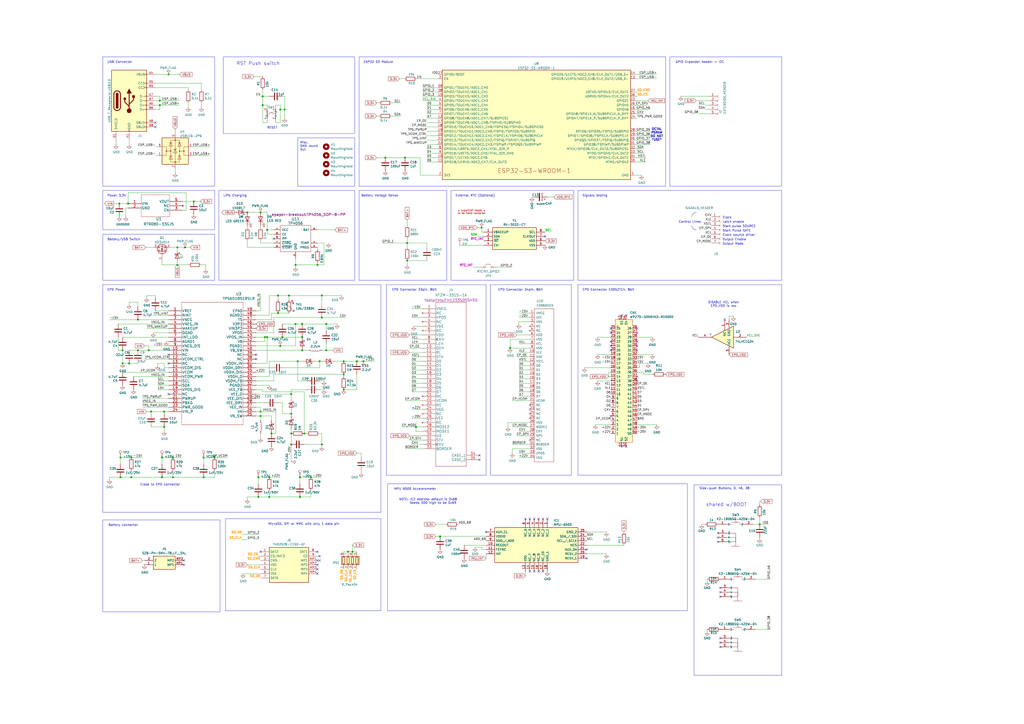
<source format=kicad_sch>
(kicad_sch (version 20231120) (generator "eeschema") (generator_version "8.0")
  (paper "A2")
  (title_block (title "epdiy") (date "2023-10-12") (rev "v7.0~dev") (comment 2 "Custom modified for 13.3\" FPC connector (J8) by Fasani Corporation") (comment 3 "Added 2nd USB-C only for USB CDC / JTAG") (comment 4 "License: CC-BY-SA-4.0") (comment 5 "Author: Valentin Roland Collaboration/Testing: Martin Fasani"))
  (junction (at 74.295 118.11))
  (junction (at 175.26 195.58))
  (junction (at 112.395 116.84))
  (junction (at 234.95 91.44))
  (junction (at 97.79 43.18))
  (junction (at 210.82 209.55))
  (junction (at 173.99 276.86))
  (junction (at 171.45 153.67))
  (junction (at 151.13 123.19))
  (junction (at 223.52 91.44))
  (junction (at 157.48 251.46))
  (junction (at 167.64 171.45))
  (junction (at 100.33 276.86))
  (junction (at 151.13 241.3))
  (junction (at 87.63 238.76))
  (junction (at 199.39 209.55))
  (junction (at 92.71 60.96))
  (junction (at 80.01 185.42))
  (junction (at 184.15 153.67))
  (junction (at 180.34 276.86))
  (junction (at 118.11 265.43))
  (junction (at 236.22 151.13))
  (junction (at 176.53 251.46))
  (junction (at 189.23 203.2))
  (junction (at 199.39 217.17))
  (junction (at 69.85 265.43))
  (junction (at 295.91 201.93))
  (junction (at 279.4 132.08))
  (junction (at 69.215 118.11))
  (junction (at 100.33 265.43))
  (junction (at 80.01 203.2))
  (junction (at 74.93 210.82))
  (junction (at 201.93 320.04))
  (junction (at 168.91 257.81))
  (junction (at 189.23 187.96))
  (junction (at 92.71 58.42))
  (junction (at 185.42 209.55))
  (junction (at 207.01 209.55))
  (junction (at 440.69 304.165))
  (junction (at 76.2 276.86))
  (junction (at 152.4 60.96))
  (junction (at 168.91 228.6))
  (junction (at 161.29 171.45))
  (junction (at 165.1 63.5))
  (junction (at 186.69 171.45))
  (junction (at 152.4 55.88))
  (junction (at 162.56 200.66))
  (junction (at 173.99 288.29))
  (junction (at 124.46 265.43))
  (junction (at 162.56 63.5))
  (junction (at 171.45 187.96))
  (junction (at 168.91 240.03))
  (junction (at 175.26 187.96))
  (junction (at 69.85 276.86))
  (junction (at 95.25 247.65))
  (junction (at 153.67 195.58))
  (junction (at 255.27 311.15))
  (junction (at 156.21 288.29))
  (junction (at 168.91 251.46))
  (junction (at 149.86 276.86))
  (junction (at 93.98 276.86))
  (junction (at 95.25 238.76))
  (junction (at 236.22 140.97))
  (junction (at 107.315 143.51))
  (junction (at 186.69 257.81))
  (junction (at 102.87 153.67))
  (junction (at 156.21 276.86))
  (junction (at 199.39 226.06))
  (junction (at 175.26 203.2))
  (junction (at 186.69 184.15))
  (junction (at 149.86 288.29))
  (junction (at 151.13 238.76))
  (junction (at 118.11 276.86))
  (junction (at 241.3 247.65))
  (junction (at 86.36 203.2))
  (junction (at 71.12 210.82))
  (junction (at 71.12 203.2))
  (junction (at 93.98 265.43))
  (junction (at 161.29 181.61))
  (junction (at 143.51 123.19))
  (junction (at 102.87 143.51))
  (junction (at 154.94 195.58))
  (junction (at 163.83 195.58))
  (junction (at 76.2 265.43))
  (junction (at 172.72 209.55))
  (junction (at 204.47 320.04))
  (junction (at 154.94 133.35))
  (no_connect (at 184.15 325.12))
  (no_connect (at 369.57 218.44))
  (no_connect (at 278.13 264.16))
  (no_connect (at 369.57 193.04))
  (no_connect (at 307.34 300.99))
  (no_connect (at 369.57 198.12))
  (no_connect (at 148.59 205.74))
  (no_connect (at 106.68 325.12))
  (no_connect (at 416.56 309.245))
  (no_connect (at 97.79 205.74))
  (no_connect (at 97.79 210.82))
  (no_connect (at 148.59 208.28))
  (no_connect (at 363.22 259.08))
  (no_connect (at 416.56 311.785))
  (no_connect (at 106.68 327.66))
  (no_connect (at 363.22 182.88))
  (no_connect (at 369.57 220.98))
  (no_connect (at 340.36 318.77))
  (no_connect (at 281.94 308.61))
  (no_connect (at 151.13 320.04))
  (no_connect (at 417.83 372.745))
  (no_connect (at 97.79 228.6))
  (no_connect (at 309.88 300.99))
  (no_connect (at 312.42 300.99))
  (no_connect (at 307.34 331.47))
  (no_connect (at 184.15 327.66))
  (no_connect (at 278.13 266.7))
  (no_connect (at 420.37 185.42))
  (no_connect (at 312.42 331.47))
  (no_connect (at 369.57 200.66))
  (no_connect (at 314.96 331.47))
  (no_connect (at 354.33 193.04))
  (no_connect (at 360.68 259.08))
  (no_connect (at 314.96 300.99))
  (no_connect (at 340.36 323.85))
  (no_connect (at 354.33 241.3))
  (no_connect (at 185.42 322.58))
  (no_connect (at 309.88 331.47))
  (no_connect (at 184.15 320.04))
  (no_connect (at 354.33 190.5))
  (no_connect (at 360.68 182.88))
  (no_connect (at 158.75 138.43))
  (no_connect (at 354.33 198.12))
  (no_connect (at 417.83 340.995))
  (no_connect (at 417.83 346.075))
  (no_connect (at 184.15 330.2))
  (no_connect (at 316.23 137.16))
  (no_connect (at 185.42 325.12))
  (no_connect (at 369.57 190.5))
  (no_connect (at 354.33 200.66))
  (no_connect (at 417.83 370.205))
  (no_connect (at 354.33 203.2))
  (no_connect (at 317.5 300.99))
  (no_connect (at 90.17 71.12))
  (no_connect (at 417.83 343.535))
  (no_connect (at 304.8 300.99))
  (no_connect (at 417.83 375.285))
  (no_connect (at 184.15 332.74))
  (no_connect (at 90.17 73.66))
  (no_connect (at 369.57 203.2))
  (no_connect (at 416.56 314.325))
  (wire (pts (xy 368.3 43.18) (xy 381 43.18)))
  (wire (pts (xy 227.33 67.31) (xy 232.41 67.31)))
  (wire (pts (xy 97.79 198.12) (xy 96.52 198.12)))
  (wire (pts (xy 92.71 60.96) (xy 90.17 60.96)))
  (wire (pts (xy 182.88 209.55) (xy 185.42 209.55)))
  (wire (pts (xy 90.17 50.8) (xy 109.22 50.8)))
  (wire (pts (xy 189.23 199.39) (xy 189.23 203.2)))
  (wire (pts (xy 116.84 59.69) (xy 116.84 62.23)))
  (wire (pts (xy 186.69 276.86) (xy 180.34 276.86)))
  (polyline (pts (xy 59.69 107.95) (xy 124.46 107.95)))
  (wire (pts (xy 101.6 77.47) (xy 101.6 74.93)))
  (wire (pts (xy 411.48 66.04) (xy 405.13 66.04)))
  (wire (pts (xy 171.45 153.67) (xy 184.15 153.67)))
  (wire (pts (xy 87.63 238.76) (xy 87.63 240.03)))
  (wire (pts (xy 156.21 218.44) (xy 148.59 218.44)))
  (wire (pts (xy 247.65 73.66) (xy 254 73.66)))
  (wire (pts (xy 97.79 185.42) (xy 80.01 185.42)))
  (wire (pts (xy 151.13 241.3) (xy 151.13 243.84)))
  (wire (pts (xy 280.67 134.62) (xy 279.4 134.62)))
  (wire (pts (xy 93.98 276.86) (xy 76.2 276.86)))
  (wire (pts (xy 279.4 317.5) (xy 279.4 318.77)))
  (wire (pts (xy 97.79 223.52) (xy 91.44 223.52)))
  (wire (pts (xy 168.91 257.81) (xy 168.91 267.97)))
  (wire (pts (xy 67.31 81.28) (xy 67.31 83.82)))
  (polyline (pts (xy 388.62 33.02) (xy 453.39 33.02)))
  (wire (pts (xy 143.51 130.81) (xy 143.51 132.08)))
  (wire (pts (xy 243.84 91.44) (xy 243.84 101.6)))
  (wire (pts (xy 186.69 257.81) (xy 186.69 259.08)))
  (polyline (pts (xy 59.69 140.97) (xy 59.69 162.56)))
  (polyline (pts (xy 59.69 107.95) (xy 59.69 33.02)))
  (wire (pts (xy 121.92 85.09) (xy 111.76 85.09)))
  (wire (pts (xy 151.13 180.34) (xy 148.59 180.34)))
  (wire (pts (xy 83.82 200.66) (xy 86.36 200.66)))
  (wire (pts (xy 160.02 60.96) (xy 162.56 60.96)))
  (wire (pts (xy 247.65 91.44) (xy 254 91.44)))
  (wire (pts (xy 234.95 91.44) (xy 223.52 91.44)))
  (wire (pts (xy 148.59 203.2) (xy 175.26 203.2)))
  (wire (pts (xy 76.2 265.43) (xy 82.55 265.43)))
  (wire (pts (xy 100.33 273.05) (xy 100.33 276.86)))
  (wire (pts (xy 295.91 196.85) (xy 307.34 196.85)))
  (wire (pts (xy 93.98 269.24) (xy 93.98 265.43)))
  (wire (pts (xy 119.38 153.67) (xy 119.38 156.21)))
  (wire (pts (xy 157.48 251.46) (xy 160.02 251.46)))
  (wire (pts (xy 77.47 218.44) (xy 97.79 218.44)))
  (wire (pts (xy 168.91 240.03) (xy 168.91 241.3)))
  (wire (pts (xy 408.94 63.5) (xy 411.48 63.5)))
  (wire (pts (xy 74.295 120.65) (xy 73.025 120.65)))
  (wire (pts (xy 247.65 83.82) (xy 254 83.82)))
  (wire (pts (xy 73.025 120.65) (xy 73.025 125.73)))
  (wire (pts (xy 158.75 184.15) (xy 186.69 184.15)))
  (wire (pts (xy 151.13 140.97) (xy 158.75 140.97)))
  (wire (pts (xy 92.71 63.5) (xy 92.71 60.96)))
  (wire (pts (xy 307.34 245.11) (xy 294.64 245.11)))
  (wire (pts (xy 71.12 195.58) (xy 97.79 195.58)))
  (wire (pts (xy 80.01 203.2) (xy 74.93 203.2)))
  (wire (pts (xy 238.76 242.57) (xy 245.11 242.57)))
  (wire (pts (xy 152.4 60.96) (xy 154.94 60.96)))
  (wire (pts (xy 189.23 191.77) (xy 189.23 187.96)))
  (wire (pts (xy 247.65 63.5) (xy 254 63.5)))
  (wire (pts (xy 152.4 226.06) (xy 148.59 226.06)))
  (wire (pts (xy 97.79 43.18) (xy 104.14 43.18)))
  (wire (pts (xy 148.59 213.36) (xy 157.48 213.36)))
  (wire (pts (xy 176.53 227.33) (xy 152.4 227.33)))
  (wire (pts (xy 90.17 43.18) (xy 97.79 43.18)))
  (wire (pts (xy 148.59 198.12) (xy 153.67 198.12)))
  (wire (pts (xy 185.42 209.55) (xy 186.69 209.55)))
  (wire (pts (xy 189.23 203.2) (xy 193.04 203.2)))
  (wire (pts (xy 86.36 200.66) (xy 86.36 203.2)))
  (wire (pts (xy 90.17 171.45) (xy 85.09 171.45)))
  (wire (pts (xy 151.13 55.88) (xy 152.4 55.88)))
  (polyline (pts (xy 208.28 110.49) (xy 259.08 110.49)))
  (wire (pts (xy 162.56 200.66) (xy 171.45 200.66)))
  (wire (pts (xy 143.51 123.19) (xy 151.13 123.19)))
  (wire (pts (xy 148.59 193.04) (xy 158.75 193.04)))
  (wire (pts (xy 143.51 143.51) (xy 158.75 143.51)))
  (wire (pts (xy 218.44 67.31) (xy 219.71 67.31)))
  (wire (pts (xy 173.99 288.29) (xy 180.34 288.29)))
  (wire (pts (xy 238.76 257.81) (xy 245.11 257.81)))
  (wire (pts (xy 237.49 204.47) (xy 245.11 204.47)))
  (wire (pts (xy 317.5 114.3) (xy 321.31 114.3)))
  (wire (pts (xy 74.93 175.26) (xy 74.93 176.53)))
  (wire (pts (xy 140.97 332.74) (xy 151.13 332.74)))
  (wire (pts (xy 132.08 265.43) (xy 124.46 265.43)))
  (wire (pts (xy 339.09 213.36) (xy 354.33 213.36)))
  (wire (pts (xy 238.76 184.15) (xy 245.11 184.15)))
  (wire (pts (xy 156.21 284.48) (xy 156.21 288.29)))
  (polyline (pts (xy 453.39 162.56) (xy 335.28 162.56)))
  (wire (pts (xy 91.44 210.82) (xy 91.44 212.09)))
  (wire (pts (xy 165.1 55.88) (xy 165.1 63.5)))
  (wire (pts (xy 156.21 209.55) (xy 156.21 218.44)))
  (wire (pts (xy 241.935 45.72) (xy 254 45.72)))
  (wire (pts (xy 238.76 222.25) (xy 245.11 222.25)))
  (wire (pts (xy 102.87 143.51) (xy 107.315 143.51)))
  (wire (pts (xy 241.3 250.19) (xy 241.3 247.65)))
  (polyline (pts (xy 208.28 110.49) (xy 208.28 162.56)))
  (wire (pts (xy 90.17 85.09) (xy 91.44 85.09)))
  (wire (pts (xy 87.63 238.76) (xy 95.25 238.76)))
  (wire (pts (xy 209.55 262.89) (xy 209.55 265.43)))
  (wire (pts (xy 375.92 210.82) (xy 370.84 210.82)))
  (polyline (pts (xy 172.72 80.01) (xy 205.74 80.01)))
  (wire (pts (xy 124.46 273.05) (xy 124.46 276.86)))
  (polyline (pts (xy 205.74 110.49) (xy 205.74 162.56)))
  (wire (pts (xy 247.65 66.04) (xy 254 66.04)))
  (wire (pts (xy 204.47 316.23) (xy 204.47 320.04)))
  (wire (pts (xy 124.46 276.86) (xy 118.11 276.86)))
  (wire (pts (xy 175.26 187.96) (xy 189.23 187.96)))
  (wire (pts (xy 69.85 265.43) (xy 76.2 265.43)))
  (wire (pts (xy 209.55 274.32) (xy 209.55 273.05)))
  (wire (pts (xy 300.99 265.43) (xy 307.34 265.43)))
  (wire (pts (xy 90.17 63.5) (xy 92.71 63.5)))
  (wire (pts (xy 237.49 194.31) (xy 245.11 194.31)))
  (wire (pts (xy 151.13 236.22) (xy 148.59 236.22)))
  (wire (pts (xy 151.13 180.34) (xy 151.13 170.18)))
  (wire (pts (xy 92.71 58.42) (xy 90.17 58.42)))
  (wire (pts (xy 154.94 195.58) (xy 163.83 195.58)))
  (wire (pts (xy 184.15 152.4) (xy 184.15 153.67)))
  (wire (pts (xy 165.1 63.5) (xy 165.1 68.58)))
  (wire (pts (xy 204.47 320.04) (xy 207.01 320.04)))
  (wire (pts (xy 403.86 58.42) (xy 411.48 58.42)))
  (polyline (pts (xy 208.28 107.95) (xy 386.08 107.95)))
  (wire (pts (xy 84.455 143.51) (xy 88.9 143.51)))
  (wire (pts (xy 168.91 248.92) (xy 168.91 251.46)))
  (wire (pts (xy 80.01 203.2) (xy 86.36 203.2)))
  (wire (pts (xy 154.94 123.19) (xy 154.94 133.35)))
  (wire (pts (xy 157.48 185.42) (xy 157.48 181.61)))
  (polyline (pts (xy 172.72 80.01) (xy 172.72 107.95)))
  (wire (pts (xy 157.48 241.3) (xy 157.48 243.84)))
  (polyline (pts (xy 59.69 133.35) (xy 124.46 133.35)))
  (polyline (pts (xy 59.69 33.02) (xy 124.46 33.02)))
  (polyline (pts (xy 386.08 107.95) (xy 386.08 33.02)))
  (wire (pts (xy 143.51 313.055) (xy 140.335 313.055)))
  (wire (pts (xy 156.21 171.45) (xy 161.29 171.45)))
  (wire (pts (xy 368.3 78.74) (xy 377.19 78.74)))
  (wire (pts (xy 207.01 226.06) (xy 207.01 217.17)))
  (wire (pts (xy 149.86 280.67) (xy 149.86 276.86)))
  (wire (pts (xy 300.99 204.47) (xy 307.34 204.47)))
  (polyline (pts (xy 335.28 110.49) (xy 335.28 162.56)))
  (wire (pts (xy 140.335 309.88) (xy 150.495 309.88)))
  (wire (pts (xy 95.25 210.82) (xy 91.44 210.82)))
  (wire (pts (xy 238.76 217.17) (xy 245.11 217.17)))
  (wire (pts (xy 93.98 153.67) (xy 102.87 153.67)))
  (wire (pts (xy 227.33 59.69) (xy 232.41 59.69)))
  (wire (pts (xy 107.95 121.92) (xy 107.95 111.76)))
  (wire (pts (xy 74.93 81.28) (xy 74.93 83.82)))
  (wire (pts (xy 88.9 182.88) (xy 97.79 182.88)))
  (wire (pts (xy 165.1 55.88) (xy 163.83 55.88)))
  (wire (pts (xy 156.21 276.86) (xy 162.56 276.86)))
  (wire (pts (xy 247.65 93.98) (xy 254 93.98)))
  (wire (pts (xy 368.3 45.72) (xy 381 45.72)))
  (wire (pts (xy 438.15 365.125) (xy 447.04 365.125)))
  (wire (pts (xy 368.3 86.36) (xy 373.38 86.36)))
  (wire (pts (xy 80.01 177.8) (xy 80.01 175.26)))
  (wire (pts (xy 161.29 233.68) (xy 163.83 233.68)))
  (wire (pts (xy 148.59 231.14) (xy 151.13 231.14)))
  (wire (pts (xy 68.58 187.96) (xy 97.79 187.96)))
  (wire (pts (xy 440.69 304.165) (xy 445.77 304.165)))
  (wire (pts (xy 288.29 154.94) (xy 297.18 154.94)))
  (wire (pts (xy 156.21 223.52) (xy 148.59 223.52)))
  (wire (pts (xy 275.59 317.5) (xy 279.4 317.5)))
  (wire (pts (xy 247.65 88.9) (xy 254 88.9)))
  (wire (pts (xy 107.95 111.76) (xy 74.295 111.76)))
  (polyline (pts (xy 224.155 165.1) (xy 224.155 275.59)))
  (wire (pts (xy 153.67 233.68) (xy 148.59 233.68)))
  (wire (pts (xy 299.72 194.31) (xy 307.34 194.31)))
  (wire (pts (xy 300.99 209.55) (xy 307.34 209.55)))
  (wire (pts (xy 76.2 273.05) (xy 76.2 276.86)))
  (wire (pts (xy 368.3 81.28) (xy 377.19 81.28)))
  (wire (pts (xy 237.49 201.93) (xy 245.11 201.93)))
  (wire (pts (xy 297.18 247.65) (xy 307.34 247.65)))
  (polyline (pts (xy 59.69 297.18) (xy 220.98 297.18)))
  (wire (pts (xy 80.01 210.82) (xy 74.93 210.82)))
  (wire (pts (xy 307.34 260.35) (xy 297.18 260.35)))
  (wire (pts (xy 63.5 185.42) (xy 80.01 185.42)))
  (wire (pts (xy 340.36 316.23) (xy 361.95 316.23)))
  (wire (pts (xy 199.39 226.06) (xy 207.01 226.06)))
  (wire (pts (xy 167.64 171.45) (xy 186.69 171.45)))
  (wire (pts (xy 63.5 276.86) (xy 63.5 278.13)))
  (wire (pts (xy 346.71 205.74) (xy 354.33 205.74)))
  (wire (pts (xy 74.93 210.82) (xy 71.12 210.82)))
  (wire (pts (xy 300.99 214.63) (xy 307.34 214.63)))
  (polyline (pts (xy 205.74 162.56) (xy 127 162.56)))
  (wire (pts (xy 104.14 58.42) (xy 92.71 58.42)))
  (wire (pts (xy 121.92 90.17) (xy 111.76 90.17)))
  (wire (pts (xy 106.045 121.92) (xy 107.95 121.92)))
  (wire (pts (xy 176.53 251.46) (xy 177.8 251.46)))
  (wire (pts (xy 300.99 217.17) (xy 307.34 217.17)))
  (wire (pts (xy 102.87 152.4) (xy 102.87 153.67)))
  (wire (pts (xy 238.76 207.01) (xy 245.11 207.01)))
  (wire (pts (xy 300.99 199.39) (xy 307.34 199.39)))
  (wire (pts (xy 116.84 153.67) (xy 119.38 153.67)))
  (wire (pts (xy 151.13 139.7) (xy 151.13 140.97)))
  (polyline (pts (xy 208.28 33.02) (xy 386.08 33.02)))
  (wire (pts (xy 162.56 60.96) (xy 162.56 63.5)))
  (wire (pts (xy 168.91 251.46) (xy 168.91 257.81)))
  (wire (pts (xy 97.79 193.04) (xy 88.9 193.04)))
  (wire (pts (xy 82.55 231.14) (xy 97.79 231.14)))
  (wire (pts (xy 186.69 171.45) (xy 198.12 171.45)))
  (polyline (pts (xy 205.74 107.95) (xy 172.72 107.95)))
  (wire (pts (xy 148.59 195.58) (xy 153.67 195.58)))
  (wire (pts (xy 143.51 327.66) (xy 151.13 327.66)))
  (wire (pts (xy 247.65 140.97) (xy 247.65 143.51)))
  (wire (pts (xy 143.51 288.29) (xy 143.51 289.56)))
  (polyline (pts (xy 59.69 165.1) (xy 220.98 165.1)))
  (wire (pts (xy 368.3 91.44) (xy 374.65 91.44)))
  (wire (pts (xy 440.69 300.355) (xy 440.69 304.165)))
  (polyline (pts (xy 124.46 33.02) (xy 124.46 107.95)))
  (wire (pts (xy 247.65 81.28) (xy 254 81.28)))
  (wire (pts (xy 269.24 316.23) (xy 281.94 316.23)))
  (wire (pts (xy 69.85 276.86) (xy 63.5 276.86)))
  (wire (pts (xy 238.76 196.85) (xy 245.11 196.85)))
  (wire (pts (xy 186.69 203.2) (xy 189.23 203.2)))
  (wire (pts (xy 297.18 257.81) (xy 307.34 257.81)))
  (wire (pts (xy 168.91 228.6) (xy 168.91 226.06)))
  (wire (pts (xy 368.3 60.96) (xy 375.92 60.96)))
  (wire (pts (xy 68.58 203.2) (xy 71.12 203.2)))
  (wire (pts (xy 240.03 189.23) (xy 245.11 189.23)))
  (wire (pts (xy 151.13 241.3) (xy 157.48 241.3)))
  (wire (pts (xy 173.99 276.86) (xy 180.34 276.86)))
  (wire (pts (xy 82.55 233.68) (xy 97.79 233.68)))
  (wire (pts (xy 353.06 218.44) (xy 353.06 215.9)))
  (wire (pts (xy 199.39 217.17) (xy 199.39 218.44)))
  (wire (pts (xy 247.65 68.58) (xy 254 68.58)))
  (wire (pts (xy 148.59 220.98) (xy 158.75 220.98)))
  (wire (pts (xy 407.035 304.165) (xy 408.94 304.165)))
  (wire (pts (xy 171.45 187.96) (xy 175.26 187.96)))
  (wire (pts (xy 281.94 323.85) (xy 281.94 321.31)))
  (wire (pts (xy 158.75 220.98) (xy 158.75 217.17)))
  (wire (pts (xy 353.06 215.9) (xy 354.33 215.9)))
  (polyline (pts (xy 59.69 165.1) (xy 59.69 297.18)))
  (wire (pts (xy 201.93 320.04) (xy 204.47 320.04)))
  (wire (pts (xy 160.02 251.46) (xy 160.02 238.76)))
  (wire (pts (xy 69.215 118.11) (xy 74.295 118.11)))
  (wire (pts (xy 152.4 227.33) (xy 152.4 226.06)))
  (wire (pts (xy 252.73 311.15) (xy 255.27 311.15)))
  (wire (pts (xy 266.7 142.24) (xy 280.67 142.24)))
  (wire (pts (xy 245.11 53.34) (xy 254 53.34)))
  (polyline (pts (xy 224.155 165.1) (xy 281.94 165.1)))
  (wire (pts (xy 300.99 229.87) (xy 307.34 229.87)))
  (wire (pts (xy 207.01 209.55) (xy 210.82 209.55)))
  (polyline (pts (xy 205.74 80.01) (xy 205.74 107.95)))
  (wire (pts (xy 238.76 214.63) (xy 245.11 214.63)))
  (wire (pts (xy 368.3 63.5) (xy 377.19 63.5)))
  (wire (pts (xy 237.49 252.73) (xy 245.11 252.73)))
  (polyline (pts (xy 220.98 297.18) (xy 220.98 165.1)))
  (wire (pts (xy 300.99 212.09) (xy 307.34 212.09)))
  (wire (pts (xy 199.39 209.55) (xy 207.01 209.55)))
  (wire (pts (xy 180.34 288.29) (xy 180.34 284.48)))
  (wire (pts (xy 160.02 71.12) (xy 162.56 71.12)))
  (wire (pts (xy 238.76 237.49) (xy 245.11 237.49)))
  (wire (pts (xy 373.38 217.17) (xy 373.38 215.9)))
  (wire (pts (xy 97.79 208.28) (xy 83.82 208.28)))
  (wire (pts (xy 151.13 130.81) (xy 151.13 132.08)))
  (polyline (pts (xy 208.28 33.02) (xy 208.28 107.95)))
  (wire (pts (xy 143.51 139.7) (xy 143.51 143.51)))
  (wire (pts (xy 236.22 151.13) (xy 236.22 153.67)))
  (wire (pts (xy 85.09 171.45) (xy 85.09 172.72)))
  (wire (pts (xy 185.42 213.36) (xy 185.42 209.55)))
  (wire (pts (xy 112.395 116.84) (xy 116.205 116.84)))
  (wire (pts (xy 241.3 247.65) (xy 245.11 247.65)))
  (wire (pts (xy 90.17 48.26) (xy 116.84 48.26)))
  (wire (pts (xy 156.21 209.55) (xy 172.72 209.55)))
  (polyline (pts (xy 127 110.49) (xy 205.74 110.49)))
  (wire (pts (xy 394.97 55.88) (xy 411.48 55.88)))
  (wire (pts (xy 221.615 140.97) (xy 236.22 140.97)))
  (wire (pts (xy 167.64 173.99) (xy 167.64 171.45)))
  (wire (pts (xy 171.45 200.66) (xy 171.45 187.96)))
  (wire (pts (xy 199.39 320.04) (xy 201.93 320.04)))
  (polyline (pts (xy 453.39 33.02) (xy 453.39 107.95)))
  (polyline (pts (xy 124.46 135.89) (xy 59.69 135.89)))
  (wire (pts (xy 158.75 184.15) (xy 158.75 193.04)))
  (wire (pts (xy 151.13 254) (xy 151.13 251.46)))
  (wire (pts (xy 93.98 265.43) (xy 100.33 265.43)))
  (wire (pts (xy 86.36 203.2) (xy 97.79 203.2)))
  (wire (pts (xy 161.29 171.45) (xy 167.64 171.45)))
  (wire (pts (xy 168.91 228.6) (xy 168.91 231.14)))
  (wire (pts (xy 238.76 227.33) (xy 245.11 227.33)))
  (wire (pts (xy 148.59 228.6) (xy 168.91 228.6)))
  (wire (pts (xy 231.775 45.72) (xy 234.315 45.72)))
  (wire (pts (xy 247.65 151.13) (xy 236.22 151.13)))
  (wire (pts (xy 185.42 226.06) (xy 187.96 226.06)))
  (wire (pts (xy 245.11 58.42) (xy 254 58.42)))
  (wire (pts (xy 97.79 190.5) (xy 85.09 190.5)))
  (wire (pts (xy 168.91 238.76) (xy 168.91 240.03)))
  (wire (pts (xy 369.57 68.58) (xy 368.3 68.58)))
  (polyline (pts (xy 261.62 110.49) (xy 261.62 162.56)))
  (wire (pts (xy 346.71 220.98) (xy 354.33 220.98)))
  (wire (pts (xy 154.94 210.82) (xy 148.59 210.82)))
  (wire (pts (xy 152.4 60.96) (xy 152.4 71.12)))
  (wire (pts (xy 236.22 140.97) (xy 236.22 138.43)))
  (wire (pts (xy 245.11 250.19) (xy 241.3 250.19)))
  (wire (pts (xy 118.11 276.86) (xy 100.33 276.86)))
  (wire (pts (xy 210.82 209.55) (xy 217.17 209.55)))
  (wire (pts (xy 233.045 247.65) (xy 241.3 247.65)))
  (wire (pts (xy 370.84 213.36) (xy 369.57 213.36)))
  (wire (pts (xy 149.86 276.86) (xy 156.21 276.86)))
  (wire (pts (xy 295.91 201.93) (xy 307.34 201.93)))
  (wire (pts (xy 370.84 210.82) (xy 370.84 213.36)))
  (wire (pts (xy 378.46 195.58) (xy 369.57 195.58)))
  (wire (pts (xy 304.8 334.01) (xy 304.8 331.47)))
  (wire (pts (xy 153.67 195.58) (xy 154.94 195.58)))
  (wire (pts (xy 307.34 181.61) (xy 300.99 181.61)))
  (wire (pts (xy 101.6 97.79) (xy 101.6 100.33)))
  (wire (pts (xy 441.325 290.83) (xy 440.69 290.83)))
  (wire (pts (xy 158.75 217.17) (xy 199.39 217.17)))
  (wire (pts (xy 194.31 209.55) (xy 199.39 209.55)))
  (wire (pts (xy 440.69 312.42) (xy 440.69 311.785)))
  (wire (pts (xy 276.86 132.08) (xy 279.4 132.08)))
  (wire (pts (xy 91.44 220.98) (xy 97.79 220.98)))
  (wire (pts (xy 369.57 53.34) (xy 368.3 53.34)))
  (wire (pts (xy 185.42 220.98) (xy 187.96 220.98)))
  (wire (pts (xy 163.83 240.03) (xy 168.91 240.03)))
  (wire (pts (xy 351.79 308.61) (xy 340.36 308.61)))
  (wire (pts (xy 238.76 199.39) (xy 245.11 199.39)))
  (wire (pts (xy 109.22 50.8) (xy 109.22 52.07)))
  (wire (pts (xy 308.61 114.3) (xy 309.88 114.3)))
  (wire (pts (xy 276.86 137.16) (xy 280.67 137.16)))
  (wire (pts (xy 71.12 210.82) (xy 71.12 203.2)))
  (wire (pts (xy 373.38 215.9) (xy 369.57 215.9)))
  (wire (pts (xy 161.29 181.61) (xy 167.64 181.61)))
  (wire (pts (xy 218.44 59.69) (xy 219.71 59.69)))
  (wire (pts (xy 238.76 219.71) (xy 245.11 219.71)))
  (wire (pts (xy 234.95 91.44) (xy 243.84 91.44)))
  (wire (pts (xy 410.21 366.395) (xy 410.21 365.125)))
  (wire (pts (xy 422.91 183.515) (xy 425.45 183.515)))
  (wire (pts (xy 68.58 195.58) (xy 68.58 203.2)))
  (wire (pts (xy 236.22 140.97) (xy 247.65 140.97)))
  (wire (pts (xy 176.53 251.46) (xy 176.53 227.33)))
  (wire (pts (xy 294.64 245.11) (xy 294.64 247.65)))
  (polyline (pts (xy 332.74 110.49) (xy 261.62 110.49)))
  (wire (pts (xy 162.56 63.5) (xy 165.1 63.5)))
  (wire (pts (xy 95.25 250.19) (xy 95.25 247.65)))
  (wire (pts (xy 255.27 311.15) (xy 281.94 311.15)))
  (wire (pts (xy 107.315 143.51) (xy 110.49 143.51)))
  (wire (pts (xy 422.91 183.515) (xy 422.91 185.42)))
  (wire (pts (xy 369.57 55.88) (xy 368.3 55.88)))
  (wire (pts (xy 300.99 227.33) (xy 307.34 227.33)))
  (polyline (pts (xy 208.28 162.56) (xy 259.08 162.56)))
  (wire (pts (xy 163.83 195.58) (xy 175.26 195.58)))
  (wire (pts (xy 154.94 135.89) (xy 158.75 135.89)))
  (wire (pts (xy 238.76 209.55) (xy 245.11 209.55)))
  (wire (pts (xy 151.13 238.76) (xy 151.13 236.22)))
  (wire (pts (xy 238.76 212.09) (xy 245.11 212.09)))
  (wire (pts (xy 307.34 186.69) (xy 300.99 186.69)))
  (wire (pts (xy 147.32 44.45) (xy 152.4 44.45)))
  (wire (pts (xy 238.76 224.79) (xy 245.11 224.79)))
  (wire (pts (xy 185.42 322.58) (xy 184.15 322.58)))
  (wire (pts (xy 74.295 111.76) (xy 74.295 118.11)))
  (wire (pts (xy 152.4 55.88) (xy 156.21 55.88)))
  (wire (pts (xy 106.045 116.84) (xy 112.395 116.84)))
  (wire (pts (xy 152.4 71.12) (xy 154.94 71.12)))
  (wire (pts (xy 154.94 133.35) (xy 158.75 133.35)))
  (wire (pts (xy 237.49 255.27) (xy 245.11 255.27)))
  (wire (pts (xy 236.22 127.635) (xy 236.22 130.81)))
  (wire (pts (xy 245.11 55.88) (xy 254 55.88)))
  (wire (pts (xy 373.38 66.04) (xy 368.3 66.04)))
  (wire (pts (xy 223.52 91.44) (xy 218.44 91.44)))
  (wire (pts (xy 381 246.38) (xy 369.57 246.38)))
  (wire (pts (xy 97.79 180.34) (xy 90.17 180.34)))
  (wire (pts (xy 172.72 220.98) (xy 177.8 220.98)))
  (wire (pts (xy 161.29 173.99) (xy 161.29 171.45)))
  (wire (pts (xy 189.23 187.96) (xy 195.58 187.96)))
  (wire (pts (xy 151.13 238.76) (xy 148.59 238.76)))
  (wire (pts (xy 99.06 143.51) (xy 102.87 143.51)))
  (wire (pts (xy 92.71 55.88) (xy 92.71 58.42)))
  (polyline (pts (xy 259.08 162.56) (xy 259.08 110.49)))
  (wire (pts (xy 245.11 179.07) (xy 238.76 179.07)))
  (polyline (pts (xy 59.69 162.56) (xy 124.46 162.56)))
  (wire (pts (xy 168.91 226.06) (xy 177.8 226.06)))
  (wire (pts (xy 171.45 187.96) (xy 163.83 187.96)))
  (wire (pts (xy 95.25 238.76) (xy 95.25 240.03)))
  (wire (pts (xy 234.95 260.35) (xy 245.11 260.35)))
  (wire (pts (xy 274.32 154.94) (xy 278.13 154.94)))
  (polyline (pts (xy 335.28 110.49) (xy 453.39 110.49)))
  (wire (pts (xy 368.3 83.82) (xy 377.19 83.82)))
  (wire (pts (xy 71.12 215.9) (xy 97.79 215.9)))
  (wire (pts (xy 152.4 52.07) (xy 152.4 55.88)))
  (wire (pts (xy 66.04 118.11) (xy 69.215 118.11)))
  (wire (pts (xy 368.3 101.6) (xy 372.11 101.6)))
  (wire (pts (xy 184.15 153.67) (xy 187.96 153.67)))
  (wire (pts (xy 82.55 325.12) (xy 83.82 325.12)))
  (wire (pts (xy 297.18 260.35) (xy 297.18 262.89)))
  (wire (pts (xy 299.72 207.01) (xy 307.34 207.01)))
  (wire (pts (xy 378.46 217.17) (xy 373.38 217.17)))
  (wire (pts (xy 156.21 288.29) (xy 173.99 288.29)))
  (wire (pts (xy 300.99 250.19) (xy 307.34 250.19)))
  (polyline (pts (xy 261.62 162.56) (xy 332.74 162.56)))
  (wire (pts (xy 300.99 219.71) (xy 307.34 219.71)))
  (wire (pts (xy 408.94 60.96) (xy 411.48 60.96)))
  (wire (pts (xy 69.85 269.24) (xy 69.85 265.43)))
  (wire (pts (xy 247.65 86.36) (xy 254 86.36)))
  (wire (pts (xy 100.33 265.43) (xy 105.41 265.43)))
  (wire (pts (xy 353.06 218.44) (xy 354.33 218.44)))
  (wire (pts (xy 172.72 209.55) (xy 175.26 209.55)))
  (wire (pts (xy 104.14 60.96) (xy 92.71 60.96)))
  (wire (pts (xy 102.87 143.51) (xy 102.87 144.78)))
  (wire (pts (xy 85.09 238.76) (xy 87.63 238.76)))
  (wire (pts (xy 149.86 288.29) (xy 143.51 288.29)))
  (wire (pts (xy 378.46 205.74) (xy 369.57 205.74)))
  (wire (pts (xy 97.79 226.06) (xy 91.44 226.06)))
  (wire (pts (xy 346.71 195.58) (xy 354.33 195.58)))
  (wire (pts (xy 90.17 172.72) (xy 90.17 171.45)))
  (wire (pts (xy 109.22 153.67) (xy 102.87 153.67)))
  (wire (pts (xy 82.55 236.22) (xy 97.79 236.22)))
  (wire (pts (xy 207.01 262.89) (xy 209.55 262.89)))
  (wire (pts (xy 438.15 335.915) (xy 447.04 335.915)))
  (wire (pts (xy 148.59 182.88) (xy 156.21 182.88)))
  (wire (pts (xy 109.22 59.69) (xy 109.22 62.23)))
  (polyline (pts (xy 59.69 110.49) (xy 124.46 110.49)))
  (wire (pts (xy 247.65 60.96) (xy 254 60.96)))
  (wire (pts (xy 368.3 88.9) (xy 373.38 88.9)))
  (wire (pts (xy 436.88 304.165) (xy 440.69 304.165)))
  (wire (pts (xy 185.42 251.46) (xy 186.69 251.46)))
  (wire (pts (xy 163.83 233.68) (xy 163.83 240.03)))
  (wire (pts (xy 184.15 133.35) (xy 194.31 133.35)))
  (polyline (pts (xy 281.94 275.59) (xy 224.155 275.59)))
  (wire (pts (xy 243.84 101.6) (xy 254 101.6)))
  (wire (pts (xy 440.69 290.83) (xy 440.69 292.735)))
  (wire (pts (xy 76.2 276.86) (xy 69.85 276.86)))
  (wire (pts (xy 148.59 185.42) (xy 157.48 185.42)))
  (polyline (pts (xy 127 162.56) (xy 127 110.49)))
  (wire (pts (xy 300.99 224.79) (xy 307.34 224.79)))
  (polyline (pts (xy 281.94 165.1) (xy 281.94 275.59)))
  (wire (pts (xy 160.02 238.76) (xy 151.13 238.76)))
  (wire (pts (xy 149.86 322.58) (xy 151.13 322.58)))
  (wire (pts (xy 80.01 175.26) (xy 74.93 175.26)))
  (wire (pts (xy 187.96 140.97) (xy 187.96 153.67)))
  (wire (pts (xy 97.79 238.76) (xy 95.25 238.76)))
  (wire (pts (xy 410.21 337.185) (xy 410.21 335.915)))
  (wire (pts (xy 279.4 134.62) (xy 279.4 132.08)))
  (wire (pts (xy 90.17 90.17) (xy 91.44 90.17)))
  (wire (pts (xy 157.48 181.61) (xy 161.29 181.61)))
  (polyline (pts (xy 59.69 133.35) (xy 59.69 110.49)))
  (wire (pts (xy 173.99 280.67) (xy 173.99 276.86)))
  (wire (pts (xy 162.56 63.5) (xy 162.56 71.12)))
  (polyline (pts (xy 124.46 135.89) (xy 124.46 162.56)))
  (wire (pts (xy 175.26 203.2) (xy 179.07 203.2)))
  (wire (pts (xy 97.79 200.66) (xy 88.9 200.66)))
  (wire (pts (xy 300.99 186.69) (xy 300.99 187.96)))
  (wire (pts (xy 300.99 222.25) (xy 307.34 222.25)))
  (wire (pts (xy 186.69 176.53) (xy 186.69 171.45)))
  (wire (pts (xy 152.4 55.88) (xy 152.4 60.96)))
  (wire (pts (xy 374.65 93.98) (xy 368.3 93.98)))
  (polyline (pts (xy 388.62 33.02) (xy 388.62 107.95)))
  (wire (pts (xy 124.46 265.43) (xy 118.11 265.43)))
  (wire (pts (xy 184.15 143.51) (xy 184.15 144.78)))
  (wire (pts (xy 153.67 215.9) (xy 148.59 215.9)))
  (wire (pts (xy 116.84 48.26) (xy 116.84 52.07)))
  (polyline (pts (xy 332.74 162.56) (xy 332.74 110.49)))
  (wire (pts (xy 252.73 304.165) (xy 258.445 304.165)))
  (polyline (pts (xy 59.69 135.89) (xy 59.69 140.97)))
  (wire (pts (xy 90.17 55.88) (xy 92.71 55.88)))
  (polyline (pts (xy 453.39 110.49) (xy 453.39 162.56)))
  (wire (pts (xy 171.45 154.94) (xy 171.45 153.67)))
  (polyline (pts (xy 453.39 107.95) (xy 388.62 107.95)))
  (wire (pts (xy 345.44 246.38) (xy 354.33 246.38)))
  (wire (pts (xy 154.94 133.35) (xy 154.94 135.89)))
  (wire (pts (xy 247.65 78.74) (xy 254 78.74)))
  (wire (pts (xy 172.72 209.55) (xy 172.72 220.98)))
  (wire (pts (xy 93.98 151.13) (xy 93.98 153.67)))
  (wire (pts (xy 153.67 198.12) (xy 153.67 195.58)))
  (wire (pts (xy 97.79 213.36) (xy 95.25 213.36)))
  (wire (pts (xy 95.25 213.36) (xy 95.25 210.82)))
  (wire (pts (xy 149.86 288.29) (xy 156.21 288.29)))
  (wire (pts (xy 176.53 257.81) (xy 186.69 257.81)))
  (wire (pts (xy 154.94 195.58) (xy 154.94 210.82)))
  (wire (pts (xy 87.63 247.65) (xy 95.25 247.65)))
  (polyline (pts (xy 124.46 133.35) (xy 124.46 110.49)))
  (wire (pts (xy 165.1 213.36) (xy 185.42 213.36)))
  (wire (pts (xy 351.79 321.31) (xy 340.36 321.31)))
  (wire (pts (xy 148.59 200.66) (xy 162.56 200.66)))
  (wire (pts (xy 245.11 50.8) (xy 254 50.8)))
  (wire (pts (xy 186.69 184.15) (xy 200.66 184.15)))
  (wire (pts (xy 234.95 232.41) (xy 245.11 232.41)))
  (wire (pts (xy 186.69 251.46) (xy 186.69 257.81)))
  (wire (pts (xy 300.99 184.15) (xy 307.34 184.15)))
  (wire (pts (xy 295.91 201.93) (xy 295.91 196.85)))
  (wire (pts (xy 297.18 232.41) (xy 307.34 232.41)))
  (wire (pts (xy 148.59 241.3) (xy 151.13 241.3)))
  (wire (pts (xy 300.99 262.89) (xy 307.34 262.89)))
  (wire (pts (xy 171.45 153.67) (xy 171.45 149.86)))
  (wire (pts (xy 156.21 182.88) (xy 156.21 171.45)))
  (wire (pts (xy 184.15 140.97) (xy 187.96 140.97)))
  (wire (pts (xy 247.65 71.12) (xy 254 71.12)))
  (wire (pts (xy 368.3 76.2) (xy 377.19 76.2)))
  (wire (pts (xy 375.92 58.42) (xy 368.3 58.42)))
  (wire (pts (xy 279.4 318.77) (xy 281.94 318.77)))
  (wire (pts (xy 236.22 140.97) (xy 236.22 143.51)))
  (wire (pts (xy 299.72 252.73) (xy 307.34 252.73)))
  (wire (pts (xy 118.11 265.43) (xy 118.11 269.24)))
  (wire (pts (xy 247.65 76.2) (xy 254 76.2)))
  (wire (pts (xy 151.13 123.19) (xy 154.94 123.19)))
  (wire (pts (xy 100.33 276.86) (xy 93.98 276.86)))
  (rectangle (start 335.28 165.1) (end 453.39 275.59))
  (arc (start 403.86 133.35) (mid 402.0639 132.6061) (end 401.32 130.81))
  (rectangle (start 284.48 165.1) (end 331.47 275.59))
  (rectangle (start 224.79 280.67) (end 398.78 354.33))
  (rectangle (start 59.69 301.625) (end 127.635 354.965))
  (rectangle (start 130.81 300.99) (end 220.98 354.33))
  (rectangle (start 402.59 281.305) (end 453.39 391.795))
  (arc (start 401.32 125.73) (mid 402.0639 123.9339) (end 403.86 123.19))
  (rectangle (start 129.54 33.02) (end 205.74 77.47))
  (text "NOTE: IC2 Address default is 0x68\n      Needs SD0 high to be 0x69" (at 248.285 290.83 0) (effects (font (size 1.27 1.27))))
  (text "Start pulse SOURCE" (at 419.1 132.08 0) (effects (font (size 1.27 1.27)) (justify left bottom)))
  (text "Battery Voltage Sense" (at 209.55 114.3 0) (effects (font (size 1.27 1.27)) (justify left bottom)))
  (text "Misc.\nSMD round\nNut" (at 173.99 87.63 0) (effects (font (size 1.27 1.27)) (justify left bottom)))
  (text "EPD Power" (at 62.23 168.91 0) (effects (font (size 1.27 1.27)) (justify left bottom)))
  (text "Signals testing" (at 337.82 114.3 0) (effects (font (size 1.27 1.27)) (justify left bottom)))
  (text "GPIO Expander header + I2C" (at 391.795 36.83 0) (effects (font (size 1.27 1.27)) (justify left bottom)))
  (text "USB Connector" (at 62.23 36.83 0) (effects (font (size 1.27 1.27)) (justify left bottom)))
  (text "shared w/BOOT" (at 409.575 294.005 0) (effects (font (size 2 2)) (justify left bottom)))
  (text "Y" (at 412.115 194.31 0) (effects (font (size 1.27 1.27))))
  (text "MPU 6500 Accelerometer" (at 228.6 284.48 0) (effects (font (size 1.27 1.27)) (justify left bottom)))
  (text "ESP32 S3 Module" (at 210.82 36.83 0) (effects (font (size 1.27 1.27)) (justify left bottom)))
  (text "Clock" (at 419.1 127 0) (effects (font (size 1.27 1.27)) (justify left bottom)))
  (text "Side-push Buttons, 0, 46, 38" (at 405.638 284.099 0) (effects (font (size 1.27 1.27)) (justify left bottom)))
  (text "EPD Connector ED052TC4, 8bit" (at 337.82 168.91 0) (effects (font (size 1.27 1.27)) (justify left bottom)))
  (text "Power 3.3V" (at 62.23 114.3 0) (effects (font (size 1.27 1.27)) (justify left bottom)))
  (text "Clock source driver" (at 419.1 137.16 0) (effects (font (size 1.27 1.27)) (justify left bottom)))
  (text "▴ superCAP needs ▴\nto be hand-soldered" (at 265.43 124.46 0) (effects (font (size 1 1)) (justify left bottom)))
  (text "EPD Connector 33pin, 8bit" (at 227.33 168.91 0) (effects (font (size 1.27 1.27)) (justify left bottom)))
  (text "OCTAL\nPSRAM\nDO NOT\n*USE*" (at 381 78.105 0) (effects (font (size 1.27 1.27) (thickness 0.254) (bold yes))))
  (text "Output Enable" (at 419.1 139.7 0) (effects (font (size 1.27 1.27)) (justify left bottom)))
  (text "RESET" (at 154.94 74.93 0) (effects (font (size 1.27 1.27)) (justify left bottom)))
  (text "Battery/USB Switch" (at 62.23 139.7 0) (effects (font (size 1.27 1.27)) (justify left bottom)))
  (text "RST Push switch" (at 137.16 38.1 0) (effects (font (size 2 2)) (justify left bottom)))
  (text "External RTC (Optional)" (at 264.16 114.3 0) (effects (font (size 1.27 1.27)) (justify left bottom)))
  (text "Latch enable" (at 419.1 129.54 0) (effects (font (size 1.27 1.27)) (justify left bottom)))
  (text "Start Pulse GATE" (at 419.1 134.62 0) (effects (font (size 1.27 1.27)) (justify left bottom)))
  (text "EPD Connector 34pin, 8bit" (at 288.925 168.91 0) (effects (font (size 1.27 1.27)) (justify left bottom)))
  (text "DISABLE XCL when\nEPD_VDD is low" (at 419.735 176.53 0) (effects (font (size 1.27 1.27))))
  (text "Output Mode" (at 419.1 142.24 0) (effects (font (size 1.27 1.27)) (justify left bottom)))
  (text "Battery connector" (at 62.865 305.435 0) (effects (font (size 1.27 1.27)) (justify left bottom)))
  (text "MicroSD. SPI or MMC with only 1 data pin" (at 155.575 304.8 0) (effects (font (size 1.27 1.27)) (justify left bottom)))
  (text "LiPo Charging" (at 129.54 114.3 0) (effects (font (size 1.27 1.27)) (justify left bottom)))
  (text "Close to EPD connector" (at 81.28 281.94 0) (effects (font (size 1.27 1.27)) (justify left bottom)))
  (text "Control Lines" (at 393.7 129.54 0) (effects (font (size 1.27 1.27)) (justify left bottom)))
  (label "XLE" (at 374.65 93.98 180))
  (label "GPIO_38" (at 377.19 83.82 180))
  (label "TPS_nINT" (at 88.9 182.88 0))
  (label "EN" (at 151.13 55.88 180))
  (label "GPIO_3" (at 245.11 55.88 0))
  (label "D3" (at 238.76 217.17 0))
  (label "D6" (at 300.99 227.33 0))
  (label "GPIO_35" (at 377.19 76.2 180))
  (label "EP_MODE" (at 297.18 247.65 0))
  (label "15V" (at 369.57 210.82 0))
  (label "BRD" (at 369.57 243.84 0))
  (label "D5" (at 300.99 224.79 0))
  (label "VNEG_IN" (at 151.13 170.18 270))
  (label "GPIO_46" (at 377.19 63.5 180))
  (label "SCL" (at 340.36 313.69 0))
  (label "GPIO_2" (at 245.11 53.34 0))
  (label "D5" (at 247.65 91.44 0))
  (label "D3" (at 300.99 219.71 0))
  (label "D1" (at 247.65 63.5 0))
  (label "15V" (at 91.44 226.06 0))
  (label "BORDER" (at 297.18 257.81 0))
  (label "TPS_VCOM_CTRL" (at 83.82 208.28 0))
  (label "D4" (at 300.99 222.25 0))
  (label "SD_CMD" (at 369.57 53.34 0) (effects (font (thickness 0.254) (bold yes))))
  (label "SDA" (at 91.44 223.52 0))
  (label "ESP_USB+" (at 121.92 85.09 180))
  (label "15V" (at 200.66 184.15 180))
  (label "SD_D0" (at 140.335 309.88 180) (effects (font (thickness 0.254) (bold yes))))
  (label "EP_OE" (at 299.72 207.01 0))
  (label "+22V" (at 162.56 276.86 180))
  (label "GPIO_1" (at 245.11 50.8 0))
  (label "D7" (at 369.57 228.6 0))
  (label "SD_D0" (at 151.13 335.28 180) (effects (font (thickness 0.254) (bold yes))))
  (label "SD_CS" (at 207.01 330.2 270) (effects (font (thickness 0.254) (bold yes))))
  (label "EN" (at 241.935 45.72 0))
  (label "GPIO_3" (at 143.51 313.055 0))
  (label "TPS_PWRUP" (at 82.55 231.14 0))
  (label "SCL" (at 91.44 220.98 0))
  (label "-15V" (at 238.76 179.07 0))
  (label "15V" (at 369.57 208.28 0))
  (label "XSTL" (at 374.65 91.44 180))
  (label "D7" (at 247.65 68.58 0))
  (label "ESP_USB-" (at 381 45.72 180))
  (label "+22V" (at 217.17 209.55 180))
  (label "D6" (at 247.65 93.98 0))
  (label "GPIO_1" (at 221.615 140.97 0))
  (label "EP_MODE" (at 247.65 73.66 180))
  (label "ADD_69" (at 266.065 304.165 0))
  (label "XSTL" (at 369.57 226.06 0))
  (label "SCL" (at 316.23 134.62 0) (effects (font (thickness 0.254) (bold yes))))
  (label "XCL_SIG" (at 433.07 195.58 0))
  (label "EP_VCOM" (at 354.33 243.84 180))
  (label "15V" (at 105.41 265.43 180))
  (label "D3" (at 369.57 233.68 0))
  (label "XLE" (at 354.33 226.06 180))
  (label "-20V" (at 186.69 276.86 180))
  (label "ESP_USB+" (at 381 43.18 180))
  (label "EP_VCOM" (at 234.95 232.41 0))
  (label "CKV" (at 238.76 257.81 0))
  (label "CKV" (at 412.75 125.73 180))
  (label "LEH" (at 238.76 199.39 0))
  (label "XSTL" (at 238.76 207.01 0))
  (label "D3" (at 247.65 86.36 0))
  (label "SD_CMD" (at 151.13 325.12 180) (effects (font (thickness 0.254) (bold yes))))
  (label "D2" (at 247.65 66.04 0))
  (label "XCL" (at 405.13 195.58 180))
  (label "TPS_PWR_GOOD" (at 369.57 68.58 0))
  (label "GPIO_2" (at 150.495 309.88 180))
  (label "D0" (at 238.76 209.55 0))
  (label "D1" (at 238.76 212.09 0))
  (label "SCL" (at 408.94 60.96 180))
  (label "D0" (at 354.33 236.22 180))
  (label "TPS_nINT" (at 247.65 81.28 180))
  (label "EP_STV" (at 237.49 255.27 0))
  (label "VNEG_IN" (at 87.63 187.96 0))
  (label "GPIO_2" (at 297.18 154.94 180))
  (label "SD_CS" (at 149.86 322.58 180) (effects (font (thickness 0.254) (bold yes))))
  (label "SD_CLK" (at 151.13 330.2 180) (effects (font (thickness 0.254) (bold yes))))
  (label "XCL_SIG" (at 245.11 58.42 0))
  (label "-20V" (at 238.76 242.57 0))
  (label "SCL" (at 232.41 59.69 180))
  (label "D5" (at 369.57 231.14 0))
  (label "TPS_WAKEUP" (at 247.65 83.82 180))
  (label "SD_D0" (at 199.39 330.2 270) (effects (font (thickness 0.254) (bold yes))))
  (label "-15V" (at 88.9 200.66 0))
  (label "EP_OE" (at 247.65 71.12 180))
  (label "SDA" (at 232.41 67.31 180))
  (label "ESP_USB-" (at 90.17 90.17 180))
  (label "-15V" (at 354.33 210.82 180))
  (label "SDA" (at 373.38 86.36 180))
  (label "TPS_WAKEUP" (at 85.09 190.5 0))
  (label "D2" (at 238.76 214.63 0))
  (label "-20V" (at 151.13 231.14 180))
  (label "15V" (at 238.76 184.15 0))
  (label "EP_VCOM" (at 90.17 215.9 180))
  (label "IO0" (at 445.77 304.165 180))
  (label "GPIO_46" (at 447.04 335.915 90))
  (label "RTC_INT" (at 274.32 154.94 180) (effects (font (thickness 0.254) (bold yes))))
  (label "SCL" (at 373.38 88.9 180))
  (label "+22V" (at 354.33 248.92 180))
  (label "IO0" (at 254 43.18 180))
  (label "ESP_USB-" (at 104.14 58.42 180))
  (label "D4" (at 354.33 231.14 180))
  (label "+22V" (at 300.99 265.43 0))
  (label "GPIO_37" (at 377.19 81.28 180))
  (label "EP_MODE" (at 412.75 140.97 180))
  (label "VNEG_IN" (at 82.55 233.68 0))
  (label "XCL" (at 300.99 199.39 0))
  (label "SDA" (at 408.94 63.5 180))
  (label "D4" (at 238.76 219.71 0))
  (label "D7" (at 300.99 229.87 0))
  (label "XCL" (at 238.76 196.85 0))
  (label "XLE" (at 412.75 128.27 180))
  (label "SD_CMD" (at 204.47 330.2 270) (effects (font (thickness 0.254) (bold yes))))
  (label "XCL" (at 412.75 135.89 180))
  (label "D1" (at 369.57 236.22 0))
  (label "ESP_USB-" (at 90.17 85.09 180))
  (label "SDA" (at 276.86 137.16 180) (effects (font (thickness 0.254) (bold yes))))
  (label "D5" (at 238.76 222.25 0))
  (label "XCL" (at 354.33 223.52 180))
  (label "-20V" (at 168.91 264.16 90))
  (label "VNEG_IN" (at 152.4 238.76 0))
  (label "EP_OE" (at 369.57 223.52 0))
  (label "EP_SPV" (at 375.92 60.96 180))
  (label "GPIO_36" (at 377.19 78.74 180))
  (label "XSTL" (at 412.75 130.81 180))
  (label "SDA" (at 340.36 311.15 0))
  (label "XLE" (at 300.99 204.47 0))
  (label "D6" (at 354.33 228.6 180))
  (label "-15V" (at 354.33 208.28 180))
  (label "D2" (at 300.99 217.17 0))
  (label "D6" (at 238.76 224.79 0))
  (label "ESP_USB+" (at 104.14 60.96 180))
  (label "ESP_USB+" (at 121.92 90.17 180))
  (label "ADD_69" (at 281.94 313.69 180))
  (label "D1" (at 300.99 214.63 0))
  (label "EP_SPV" (at 412.75 133.35 180))
  (label "EP_SPV" (at 369.57 238.76 0))
  (label "+22V" (at 354.33 251.46 180))
  (label "D0" (at 300.99 212.09 0))
  (label "BORDER" (at 234.95 260.35 0))
  (label "SD_CLK" (at 140.335 313.055 180) (effects (font (thickness 0.254) (bold yes))))
  (label "EP_MODE" (at 233.045 247.65 0))
  (label "EP_OE" (at 237.49 201.93 0))
  (label "EP_OE" (at 412.75 138.43 180))
  (label "TPS_VCOM_CTRL" (at 247.65 78.74 180))
  (label "+22V" (at 153.67 215.9 180))
  (label "SD_CS" (at 369.57 55.88 0) (effects (font (thickness 0.254) (bold yes))))
  (label "-15V" (at 300.99 181.61 0))
  (label "-20V" (at 300.99 184.15 0))
  (label "EP_VCOM" (at 132.08 265.43 180))
  (label "EP_MODE" (at 369.57 241.3 0))
  (label "-15V" (at 63.5 185.42 0))
  (label "GPIO_38" (at 405.13 66.04 180))
  (label "RTC_INT" (at 280.67 139.7 180) (effects (font (thickness 0.254) (bold yes))))
  (label "D4" (at 247.65 88.9 0))
  (label "XSTL" (at 300.99 209.55 0))
  (label "+22V" (at 238.76 237.49 0))
  (label "TPS_PWR_GOOD" (at 82.55 236.22 0))
  (label "EP_VCOM" (at 297.18 232.41 0))
  (label "SD_CLK" (at 201.93 330.2 270) (effects (font (thickness 0.254) (bold yes))))
  (label "D2" (at 354.33 233.68 180))
  (label "15V" (at 300.99 262.89 0))
  (label "VNEG_IN" (at 87.63 218.44 0))
  (label "-20V" (at 369.57 248.92 0))
  (label "-15V" (at 82.55 265.43 180))
  (label "GPIO_38" (at 447.04 365.125 90))
  (label "CKV" (at 354.33 238.76 180))
  (label "-20V" (at 369.57 251.46 0))
  (label "CKV" (at 373.38 66.04 180))
  (label "D7" (at 238.76 227.33 0))
  (label "D0" (at 247.65 60.96 0))
  (label "EP_SPV" (at 299.72 252.73 0))
  (label "CKV" (at 300.99 250.19 0))
  (label "TPS_PWRUP" (at 247.65 76.2 180))
  (global_label "3.3V" (shape input) (at 204.47 316.23 0) (property "Intersheetrefs" "${INTERSHEET_REFS}" (effects (hide yes))) (property "Referenzen zwischen Schaltplänen" "${INTERSHEET_REFS}" (effects (hide yes))))
  (global_label "EPD_VDD" (shape input) (at 207.01 262.89 180) (property "Intersheetrefs" "${INTERSHEET_REFS}" (effects (hide yes))) (property "Referenzen zwischen Schaltplänen" "${INTERSHEET_REFS}" (effects (hide yes))))
  (global_label "VIN" (shape input) (at 193.04 203.2 0) (property "Intersheetrefs" "${INTERSHEET_REFS}" (effects (hide yes))) (property "Referenzen zwischen Schaltplänen" "${INTERSHEET_REFS}" (effects (hide yes))))
  (global_label "3.3V" (shape input) (at 252.73 304.165 180) (property "Intersheetrefs" "${INTERSHEET_REFS}" (effects (hide yes))) (property "Referenzen zwischen Schaltplänen" "${INTERSHEET_REFS}" (effects (hide yes))))
  (global_label "3.3V" (shape input) (at 361.95 308.61 90) (property "Intersheetrefs" "${INTERSHEET_REFS}" (effects (hide yes))) (property "Referenzen zwischen Schaltplänen" "${INTERSHEET_REFS}" (effects (hide yes))))
  (global_label "VBUS" (shape input) (at 104.14 43.18 0) (property "Intersheetrefs" "${INTERSHEET_REFS}" (effects (hide yes))) (property "Referenzen zwischen Schaltplänen" "${INTERSHEET_REFS}" (effects (hide yes))))
  (global_label "VIN" (shape input) (at 83.82 200.66 180) (property "Intersheetrefs" "${INTERSHEET_REFS}" (effects (hide yes))) (property "Referenzen zwischen Schaltplänen" "${INTERSHEET_REFS}" (effects (hide yes))))
  (global_label "IMU_INT" (shape input) (at 281.94 323.85 180) (property "Intersheetrefs" "${INTERSHEET_REFS}" (effects (hide yes))))
  (global_label "EPD_VDD" (shape input) (at 148.59 187.96 0) (property "Intersheetrefs" "${INTERSHEET_REFS}" (effects (hide yes))) (property "Referenzen zwischen Schaltplänen" "${INTERSHEET_REFS}" (effects (hide yes))))
  (global_label "3.3V" (shape input) (at 148.59 190.5 0) (property "Intersheetrefs" "${INTERSHEET_REFS}" (effects (hide yes))) (property "Referenzen zwischen Schaltplänen" "${INTERSHEET_REFS}" (effects (hide yes))))
  (global_label "EPD_VDD" (shape input) (at 237.49 252.73 180) (property "Intersheetrefs" "${INTERSHEET_REFS}" (effects (hide yes))) (property "Referenzen zwischen Schaltplänen" "${INTERSHEET_REFS}" (effects (hide yes))))
  (global_label "BAT+" (shape input) (at 82.55 325.12 180) (property "Intersheetrefs" "${INTERSHEET_REFS}" (effects (hide yes))) (property "Referenzen zwischen Schaltplänen" "${INTERSHEET_REFS}" (effects (hide yes))))
  (global_label "BAT+" (shape input) (at 194.31 133.35 0) (property "Intersheetrefs" "${INTERSHEET_REFS}" (effects (hide yes))) (property "Referenzen zwischen Schaltplänen" "${INTERSHEET_REFS}" (effects (hide yes))))
  (global_label "3.3V" (shape input) (at 218.44 59.69 180) (property "Intersheetrefs" "${INTERSHEET_REFS}" (effects (hide yes))) (property "Referenzen zwischen Schaltplänen" "${INTERSHEET_REFS}" (effects (hide yes))))
  (global_label "IMU_INT" (shape input) (at 375.92 58.42 0) (property "Intersheetrefs" "${INTERSHEET_REFS}" (effects (hide yes))))
  (global_label "VIN" (shape output) (at 66.04 118.11 180) (property "Intersheetrefs" "${INTERSHEET_REFS}" (effects (hide yes))) (property "Referenzen zwischen Schaltplänen" "${INTERSHEET_REFS}" (effects (hide yes))))
  (global_label "BAT+" (shape input) (at 84.455 143.51 180) (property "Intersheetrefs" "${INTERSHEET_REFS}" (effects (hide yes))) (property "Referenzen zwischen Schaltplänen" "${INTERSHEET_REFS}" (effects (hide yes))))
  (global_label "3.3V" (shape input) (at 316.23 139.7 0) (property "Intersheetrefs" "${INTERSHEET_REFS}" (effects (hide yes))) (property "Referenzen zwischen Schaltplänen" "${INTERSHEET_REFS}" (effects (hide yes))))
  (global_label "3.3V" (shape input) (at 304.8 334.01 180) (property "Intersheetrefs" "${INTERSHEET_REFS}" (effects (hide yes))) (property "Referenzen zwischen Schaltplänen" "${INTERSHEET_REFS}" (effects (hide yes))))
  (global_label "3.3V" (shape input) (at 218.44 91.44 180) (property "Intersheetrefs" "${INTERSHEET_REFS}" (effects (hide yes))) (property "Referenzen zwischen Schaltplänen" "${INTERSHEET_REFS}" (effects (hide yes))))
  (global_label "3.3V" (shape input) (at 143.51 327.66 180) (property "Intersheetrefs" "${INTERSHEET_REFS}" (effects (hide yes))) (property "Referenzen zwischen Schaltplänen" "${INTERSHEET_REFS}" (effects (hide yes))))
  (global_label "EPD_VDD" (shape input) (at 237.49 194.31 180) (property "Intersheetrefs" "${INTERSHEET_REFS}" (effects (hide yes))) (property "Referenzen zwischen Schaltplänen" "${INTERSHEET_REFS}" (effects (hide yes))))
  (global_label "3.3V" (shape input) (at 252.73 311.15 180) (property "Intersheetrefs" "${INTERSHEET_REFS}" (effects (hide yes))) (property "Referenzen zwischen Schaltplänen" "${INTERSHEET_REFS}" (effects (hide yes))))
  (global_label "VIN" (shape input) (at 85.09 238.76 180) (property "Intersheetrefs" "${INTERSHEET_REFS}" (effects (hide yes))) (property "Referenzen zwischen Schaltplänen" "${INTERSHEET_REFS}" (effects (hide yes))))
  (global_label "EPD_VDD" (shape input) (at 237.49 204.47 180) (property "Intersheetrefs" "${INTERSHEET_REFS}" (effects (hide yes))) (property "Referenzen zwischen Schaltplänen" "${INTERSHEET_REFS}" (effects (hide yes))))
  (global_label "EPD_VDD" (shape input) (at 353.06 218.44 180) (property "Intersheetrefs" "${INTERSHEET_REFS}" (effects (hide yes))) (property "Referenzen zwischen Schaltplänen" "${INTERSHEET_REFS}" (effects (hide yes))))
  (global_label "BAT+" (shape input) (at 236.22 127.635 90) (property "Intersheetrefs" "${INTERSHEET_REFS}" (effects (hide yes))) (property "Referenzen zwischen Schaltplänen" "${INTERSHEET_REFS}" (effects (hide yes))))
  (global_label "3.3V" (shape input) (at 116.205 116.84 0) (property "Intersheetrefs" "${INTERSHEET_REFS}" (effects (hide yes))) (property "Referenzen zwischen Schaltplänen" "${INTERSHEET_REFS}" (effects (hide yes))))
  (global_label "VDD_RTC" (shape input) (at 276.86 132.08 180) (property "Intersheetrefs" "${INTERSHEET_REFS}" (effects (hide yes))))
  (global_label "EPD_VDD" (shape input) (at 422.91 205.74 0) (property "Intersheetrefs" "${INTERSHEET_REFS}" (effects (hide yes))) (property "Referenzen zwischen Schaltplänen" "${INTERSHEET_REFS}" (effects (hide yes))))
  (global_label "VBUS" (shape output) (at 135.89 123.19 180) (property "Intersheetrefs" "${INTERSHEET_REFS}" (effects (hide yes))) (property "Referenzen zwischen Schaltplänen" "${INTERSHEET_REFS}" (effects (hide yes))))
  (global_label "3.3V" (shape input) (at 218.44 67.31 180) (property "Intersheetrefs" "${INTERSHEET_REFS}" (effects (hide yes))) (property "Referenzen zwischen Schaltplänen" "${INTERSHEET_REFS}" (effects (hide yes))))
  (global_label "EPD_VDD" (shape input) (at 299.72 194.31 180) (property "Intersheetrefs" "${INTERSHEET_REFS}" (effects (hide yes))) (property "Referenzen zwischen Schaltplänen" "${INTERSHEET_REFS}" (effects (hide yes))))
  (global_label "3.3V" (shape input) (at 403.86 58.42 180) (property "Intersheetrefs" "${INTERSHEET_REFS}" (effects (hide yes))) (property "Referenzen zwischen Schaltplänen" "${INTERSHEET_REFS}" (effects (hide yes))))
  (global_label "3.3V" (shape input) (at 147.32 44.45 180) (property "Intersheetrefs" "${INTERSHEET_REFS}" (effects (hide yes))) (property "Referenzen zwischen Schaltplänen" "${INTERSHEET_REFS}" (effects (hide yes))))
  (global_label "3.3V" (shape input) (at 231.775 45.72 180) (property "Intersheetrefs" "${INTERSHEET_REFS}" (effects (hide yes))) (property "Referenzen zwischen Schaltplänen" "${INTERSHEET_REFS}" (effects (hide yes))))
  (global_label "EPD_VDD" (shape input) (at 386.08 217.17 0) (property "Intersheetrefs" "${INTERSHEET_REFS}" (effects (hide yes))) (property "Referenzen zwischen Schaltplänen" "${INTERSHEET_REFS}" (effects (hide yes))))
  (global_label "VBUS" (shape input) (at 102.87 153.67 270) (property "Intersheetrefs" "${INTERSHEET_REFS}" (effects (hide yes))) (property "Referenzen zwischen Schaltplänen" "${INTERSHEET_REFS}" (effects (hide yes))))
  (global_label "VIN" (shape input) (at 110.49 143.51 0) (property "Intersheetrefs" "${INTERSHEET_REFS}" (effects (hide yes))) (property "Referenzen zwischen Schaltplänen" "${INTERSHEET_REFS}" (effects (hide yes))))
  (global_label "VBUS" (shape input) (at 101.6 74.93 90) (property "Intersheetrefs" "${INTERSHEET_REFS}" (effects (hide yes))) (property "Referenzen zwischen Schaltplänen" "${INTERSHEET_REFS}" (effects (hide yes))))
  (global_label "3.3V" (shape input) (at 441.325 290.83 0) (property "Intersheetrefs" "${INTERSHEET_REFS}" (effects (hide yes))) (property "Referenzen zwischen Schaltplänen" "${INTERSHEET_REFS}" (effects (hide yes))))
  (global_label "VDD_RTC" (shape input) (at 321.31 114.3 0) (property "Intersheetrefs" "${INTERSHEET_REFS}" (effects (hide yes))))
  (symbol (lib_id "Device:C") (at 69.215 121.92 0) (unit 1)
    (property "Reference" "C2" (at 66.294 123.0884 0) (effects (justify right)))
    (property "Value" "10uF" (at 66.294 120.777 0) (effects (justify right)))
    (property "Footprint" "Capacitor_SMD:C_0805_2012Metric" (effects (hide yes)))
    (property "LCSC" "C15850" (effects (hide yes)))
  )
  (symbol (lib_id "Device:C") (at 112.395 120.65 180) (unit 1)
    (property "Reference" "C3" (at 115.316 119.4816 0) (effects (justify right)))
    (property "Value" "10uF" (at 115.316 121.793 0) (effects (justify right)))
    (property "Footprint" "Capacitor_SMD:C_0805_2012Metric" (effects (hide yes)))
    (property "LCSC" "C15850" (effects (hide yes)))
  )
  (symbol (lib_id "power:GND") (at 234.95 99.06 0) (unit 1)
    (property "Reference" "#PWR0115" (effects (hide yes)))
    (property "Value" "GND" (at 235.077 103.4542 0))
  )
  (symbol (lib_id "Device:C") (at 223.52 95.25 0) (unit 1)
    (property "Reference" "C17" (at 226.441 94.0816 0) (effects (justify left)))
    (property "Value" "100uF" (at 226.441 96.393 0) (effects (justify left)))
    (property "Footprint" "Capacitor_Tantalum_SMD:CP_EIA-3528-15_AVX-H" (effects (hide yes)))
    (property "LCSC" "C16133" (effects (hide yes)))
  )
  (symbol (lib_id "Device:C") (at 234.95 95.25 180) (unit 1)
    (property "Reference" "C18" (at 237.871 94.0816 0) (effects (justify right)))
    (property "Value" "1uF" (at 237.871 96.393 0) (effects (justify right)))
    (property "Footprint" "Capacitor_SMD:C_0805_2012Metric" (effects (hide yes)))
    (property "LCSC" "C28323" (effects (hide yes)))
  )
  (symbol (lib_id "Device:R") (at 238.125 45.72 270) (unit 1)
    (property "Reference" "R10" (at 236.855 48.26 90) (effects (justify left)))
    (property "Value" "10k" (at 236.855 43.18 90) (effects (justify left)))
    (property "Footprint" "Resistor_SMD:R_0603_1608Metric" (effects (hide yes)))
    (property "LCSC" "C25804" (effects (hide yes)))
  )
  (symbol (lib_id "Device:C") (at 247.65 147.32 0) (mirror x) (unit 1)
    (property "Reference" "C23" (at 255.27 147.32 0) (effects (justify right)))
    (property "Value" "100nF" (at 256.54 144.78 0) (effects (justify right)))
    (property "Footprint" "Capacitor_SMD:C_0805_2012Metric" (effects (hide yes)))
    (property "LCSC" "C49678" (effects (hide yes)))
  )
  (symbol (lib_id "epdiy:TPS651851RSLR") (at 97.79 180.34 0) (unit 1)
    (property "Reference" "U3" (at 138.43 170.5102 0) (effects (font (size 1.524 1.524))))
    (property "Value" "TPS651851RSLR" (at 138.43 173.2026 0) (effects (font (size 1.524 1.524))))
    (property "Footprint" "epaper-breakout:TPS651851RSLR" (effects (hide yes)))
    (property "LCSC" "C139292" (effects (hide yes)))
  )
  (symbol (lib_id "Device:L") (at 182.88 203.2 270) (unit 1)
    (property "Reference" "L2" (at 182.88 198.6026 90))
    (property "Value" "2.2uH" (at 182.88 200.914 90))
    (property "Footprint" "Inductor_SMD:L_Taiyo-Yuden_NR-40xx_HandSoldering" (effects (hide yes)))
    (property "LCSC" "C92959" (effects (hide yes)))
  )
  (symbol (lib_id "Diode:MBR0540") (at 175.26 199.39 270) (unit 1)
    (property "Reference" "D4" (at 179.07 196.85 90))
    (property "Value" "MBR0540" (effects (hide yes)))
    (property "Footprint" "Diode_SMD:D_SOD-123" (effects (hide yes)))
    (property "Datasheet" "http://www.mccsemi.com/up_pdf/MBR0520~MBR0580(SOD123).pdf" (effects (hide yes)))
    (property "LCSC" "C21353" (effects (hide yes)))
  )
  (symbol (lib_id "power:GND") (at 195.58 187.96 0) (unit 1)
    (property "Reference" "#PWR0101" (effects (hide yes)))
    (property "Value" "GND" (at 191.77 190.5 0))
  )
  (symbol (lib_id "Device:C") (at 189.23 195.58 0) (unit 1)
    (property "Reference" "C32" (at 192.151 194.4116 0) (effects (justify left)))
    (property "Value" "10uF" (at 192.151 196.723 0) (effects (justify left)))
    (property "Footprint" "Capacitor_SMD:C_0805_2012Metric" (effects (hide yes)))
    (property "LCSC" "C15850" (effects (hide yes)))
  )
  (symbol (lib_id "Diode:MBR0540") (at 179.07 209.55 180) (unit 1)
    (property "Reference" "D5" (at 179.07 212.09 0))
    (property "Value" "MBR0540" (effects (hide yes)))
    (property "Footprint" "Diode_SMD:D_SOD-123" (effects (hide yes)))
    (property "Datasheet" "http://www.mccsemi.com/up_pdf/MBR0520~MBR0580(SOD123).pdf" (effects (hide yes)))
    (property "LCSC" "C21353" (effects (hide yes)))
  )
  (symbol (lib_id "Diode:MBR0540") (at 190.5 209.55 180) (unit 1)
    (property "Reference" "D6" (at 190.5 212.09 0))
    (property "Value" "MBR0540" (effects (hide yes)))
    (property "Footprint" "Diode_SMD:D_SOD-123" (effects (hide yes)))
    (property "Datasheet" "http://www.mccsemi.com/up_pdf/MBR0520~MBR0580(SOD123).pdf" (effects (hide yes)))
    (property "LCSC" "C21353" (effects (hide yes)))
  )
  (symbol (lib_id "Device:C") (at 181.61 220.98 270) (unit 1)
    (property "Reference" "C29" (at 179.07 219.71 90) (effects (justify right)))
    (property "Value" "100nF" (at 189.23 219.71 90) (effects (justify right)))
    (property "Footprint" "Capacitor_SMD:C_0805_2012Metric" (effects (hide yes)))
    (property "LCSC" "C49678" (effects (hide yes)))
  )
  (symbol (lib_id "Device:C") (at 161.29 213.36 270) (unit 1)
    (property "Reference" "C25" (at 160.02 215.9 90) (effects (justify right)))
    (property "Value" "10nF" (at 166.37 215.9 90) (effects (justify right)))
    (property "Footprint" "Capacitor_SMD:C_0805_2012Metric" (effects (hide yes)))
    (property "LCSC" "C1710" (effects (hide yes)))
  )
  (symbol (lib_id "Device:R") (at 199.39 222.25 0) (unit 1)
    (property "Reference" "R24" (at 201.168 221.0816 0) (effects (justify left)))
    (property "Value" "47.5k" (at 201.168 223.393 0) (effects (justify left)))
    (property "Footprint" "Resistor_SMD:R_0603_1608Metric" (effects (hide yes)))
    (property "LCSC" "C25819" (effects (hide yes)))
  )
  (symbol (lib_id "Device:R") (at 199.39 213.36 0) (unit 1)
    (property "Reference" "R23" (at 201.168 212.1916 0) (effects (justify left)))
    (property "Value" "1M" (at 201.168 214.503 0) (effects (justify left)))
    (property "Footprint" "Resistor_SMD:R_0603_1608Metric" (effects (hide yes)))
    (property "LCSC" "C22935" (effects (hide yes)))
  )
  (symbol (lib_id "Device:C") (at 175.26 191.77 0) (unit 1)
    (property "Reference" "C28" (at 178.181 190.6016 0) (effects (justify left)))
    (property "Value" "4.7uF" (at 178.181 192.913 0) (effects (justify left)))
    (property "Footprint" "Capacitor_SMD:C_0805_2012Metric" (effects (hide yes)))
    (property "LCSC" "C1779" (effects (hide yes)))
  )
  (symbol (lib_id "Connector:TestPoint") (at 149.86 276.86 0) (unit 1) (in_bom no)
    (property "Reference" "TP1" (at 151.3332 273.8628 0) (effects (justify left)))
    (property "Value" "+22V" (at 151.3332 276.1742 0) (effects (justify left)))
    (property "Footprint" "TestPoint:TestPoint_Pad_D2.5mm" (effects (hide yes)))
  )
  (symbol (lib_id "Connector:TestPoint") (at 173.99 276.86 0) (unit 1) (in_bom no)
    (property "Reference" "TP3" (at 175.4632 273.8628 0) (effects (justify left)))
    (property "Value" "-20V" (at 175.4632 276.1742 0) (effects (justify left)))
    (property "Footprint" "TestPoint:TestPoint_Pad_D2.5mm" (effects (hide yes)))
  )
  (symbol (lib_id "Device:C") (at 207.01 213.36 0) (unit 1)
    (property "Reference" "C33" (at 209.931 212.1916 0) (effects (justify left)))
    (property "Value" "2.2uF" (at 209.931 214.503 0) (effects (justify left)))
    (property "Footprint" "Capacitor_SMD:C_0805_2012Metric" (effects (hide yes)))
    (property "LCSC" "C49217" (effects (hide yes)))
  )
  (symbol (lib_id "Connector:TestPoint") (at 69.85 265.43 0) (unit 1) (in_bom no)
    (property "Reference" "TP2" (at 71.3232 262.4328 0) (effects (justify left)))
    (property "Value" "-15V" (at 71.3232 264.7442 0) (effects (justify left)))
    (property "Footprint" "TestPoint:TestPoint_Pad_D2.5mm" (effects (hide yes)))
  )
  (symbol (lib_id "Connector:TestPoint") (at 93.98 265.43 0) (unit 1) (in_bom no)
    (property "Reference" "TP4" (at 95.4532 262.4328 0) (effects (justify left)))
    (property "Value" "+15V" (at 95.4532 264.7442 0) (effects (justify left)))
    (property "Footprint" "TestPoint:TestPoint_Pad_D2.5mm" (effects (hide yes)))
  )
  (symbol (lib_id "Connector:TestPoint") (at 118.11 265.43 0) (unit 1) (in_bom no)
    (property "Reference" "TP5" (at 119.5832 262.4328 0) (effects (justify left)))
    (property "Value" "VCOM" (at 119.5832 264.7442 0) (effects (justify left)))
    (property "Footprint" "TestPoint:TestPoint_Pad_D2.5mm" (effects (hide yes)))
  )
  (symbol (lib_id "power:GND") (at 199.39 226.06 0) (unit 1)
    (property "Reference" "#PWR0102" (effects (hide yes)))
    (property "Value" "GND" (at 195.58 228.6 0))
  )
  (symbol (lib_id "Device:C") (at 163.83 191.77 0) (unit 1)
    (property "Reference" "C26" (at 166.751 190.6016 0) (effects (justify left)))
    (property "Value" "4.7uF" (at 166.751 192.913 0) (effects (justify left)))
    (property "Footprint" "Capacitor_SMD:C_0805_2012Metric" (effects (hide yes)))
    (property "LCSC" "C1779" (effects (hide yes)))
  )
  (symbol (lib_id "Device:C") (at 186.69 180.34 0) (unit 1)
    (property "Reference" "C31" (at 189.611 179.1716 0) (effects (justify left)))
    (property "Value" "4.7uF" (at 189.611 181.483 0) (effects (justify left)))
    (property "Footprint" "Capacitor_SMD:C_0805_2012Metric" (effects (hide yes)))
    (property "LCSC" "C1779" (effects (hide yes)))
  )
  (symbol (lib_id "Device:Thermistor_NTC") (at 167.64 177.8 180) (unit 1)
    (property "Reference" "TH1" (at 171.5008 176.6316 0) (effects (justify right)))
    (property "Value" "10k/3380K" (at 171.5008 178.943 0) (effects (justify right)))
    (property "Footprint" "Resistor_SMD:R_0603_1608Metric" (effects (hide yes)))
    (property "LCSC" "C76589" (effects (hide yes)))
  )
  (symbol (lib_id "Device:R") (at 161.29 177.8 0) (unit 1)
    (property "Reference" "R18" (at 163.068 176.6316 0) (effects (justify left)))
    (property "Value" "43k" (at 163.068 178.943 0) (effects (justify left)))
    (property "Footprint" "Resistor_SMD:R_0603_1608Metric" (effects (hide yes)))
    (property "LCSC" "C23172" (effects (hide yes)))
  )
  (symbol (lib_id "Device:R") (at 151.13 135.89 180) (unit 1)
    (property "Reference" "R8" (at 148.59 134.62 90) (effects (justify left)))
    (property "Value" "2.4k" (at 153.67 134.62 90) (effects (justify left)))
    (property "Footprint" "Resistor_SMD:R_0603_1608Metric" (effects (hide yes)))
    (property "LCSC" "C22940" (effects (hide yes)))
  )
  (symbol (lib_id "power:GND") (at 198.12 171.45 0) (unit 1)
    (property "Reference" "#PWR0104" (effects (hide yes)))
    (property "Value" "GND" (at 194.31 173.99 0))
  )
  (symbol (lib_id "Device:C") (at 80.01 207.01 0) (unit 1)
    (property "Reference" "C9" (at 81.28 204.47 0) (effects (justify left)))
    (property "Value" "10uF" (at 80.01 209.55 0) (effects (justify left)))
    (property "Footprint" "Capacitor_SMD:C_0805_2012Metric" (effects (hide yes)))
    (property "LCSC" "C15850" (effects (hide yes)))
  )
  (symbol (lib_id "Device:C") (at 71.12 219.71 180) (unit 1)
    (property "Reference" "C5" (at 68.199 220.8784 0) (effects (justify left)))
    (property "Value" "4.7uF" (at 68.199 218.567 0) (effects (justify left)))
    (property "Footprint" "Capacitor_SMD:C_0805_2012Metric" (effects (hide yes)))
    (property "LCSC" "C1779" (effects (hide yes)))
  )
  (symbol (lib_id "tp4056:TP4056") (at 171.45 139.7 0) (unit 1)
    (property "Reference" "U11" (at 171.45 127 0) (effects (font (size 1.524 1.524))))
    (property "Value" "TP4056" (at 171.45 129.54 0) (effects (font (size 1.524 1.524))))
    (property "Footprint" "epaper-breakout:TP4056_SOP-8-PP" (at 179.07 124.46 0) (effects (font (size 1.524 1.524))))
    (property "LCSC" "C16581" (effects (hide yes)))
  )
  (symbol (lib_id "Device:R") (at 143.51 135.89 180) (unit 1)
    (property "Reference" "R3" (at 140.97 134.62 90) (effects (justify left)))
    (property "Value" "5.1k" (at 146.05 134.62 90) (effects (justify left)))
    (property "Footprint" "Resistor_SMD:R_0603_1608Metric" (effects (hide yes)))
    (property "LCSC" "C23186" (effects (hide yes)))
  )
  (symbol (lib_id "Device:C") (at 95.25 243.84 0) (unit 1)
    (property "Reference" "C12" (at 98.171 242.6716 0) (effects (justify left)))
    (property "Value" "10uF" (at 98.171 244.983 0) (effects (justify left)))
    (property "Footprint" "Capacitor_SMD:C_0805_2012Metric" (effects (hide yes)))
    (property "LCSC" "C15850" (effects (hide yes)))
  )
  (symbol (lib_id "Device:LED") (at 151.13 127 90) (unit 1)
    (property "Reference" "D9" (at 154.94 125.73 90) (effects (justify right)))
    (property "Value" "LED RED" (at 154.94 128.0414 90) (effects (justify right)))
    (property "Footprint" "LED_SMD:LED_0805_2012Metric" (effects (hide yes)))
    (property "LCSC" " C84256" (effects (hide yes)))
  )
  (symbol (lib_id "Device:LED") (at 143.51 127 90) (unit 1)
    (property "Reference" "D8" (at 138.43 125.73 90) (effects (justify right)))
    (property "Value" "LED GREEN" (at 130.81 128.27 90) (effects (justify right)))
    (property "Footprint" "LED_SMD:LED_0805_2012Metric" (effects (hide yes)))
    (property "LCSC" "C2297" (effects (hide yes)))
  )
  (symbol (lib_id "Device:L") (at 151.13 247.65 0) (unit 1)
    (property "Reference" "L1" (at 146.5326 247.65 90))
    (property "Value" "4.7uH" (at 148.844 247.65 90))
    (property "Footprint" "Inductor_SMD:L_Taiyo-Yuden_NR-50xx_HandSoldering" (effects (hide yes)))
    (property "LCSC" "C222947" (effects (hide yes)))
  )
  (symbol (lib_id "power:GND") (at 151.13 254 0) (unit 1)
    (property "Reference" "#PWR0105" (effects (hide yes)))
    (property "Value" "GND" (at 147.32 256.54 0))
  )
  (symbol (lib_id "Diode:MBR0540") (at 157.48 247.65 270) (unit 1)
    (property "Reference" "D1" (at 154.94 247.65 0))
    (property "Value" "MBR0540" (effects (hide yes)))
    (property "Footprint" "Diode_SMD:D_SOD-123" (effects (hide yes)))
    (property "Datasheet" "http://www.mccsemi.com/up_pdf/MBR0520~MBR0580(SOD123).pdf" (effects (hide yes)))
    (property "LCSC" "C21353" (effects (hide yes)))
  )
  (symbol (lib_id "Device:R") (at 184.15 148.59 180) (unit 1)
    (property "Reference" "R9" (at 181.61 147.32 90) (effects (justify left)))
    (property "Value" "3.83k" (at 186.69 147.32 90) (effects (justify left)))
    (property "Footprint" "Resistor_SMD:R_0603_1608Metric" (effects (hide yes)))
    (property "LCSC" "C103591" (effects (hide yes)))
  )
  (symbol (lib_id "Device:C") (at 157.48 255.27 0) (unit 1)
    (property "Reference" "C24" (at 160.401 254.1016 0) (effects (justify left)))
    (property "Value" "4.7uF" (at 160.401 256.413 0) (effects (justify left)))
    (property "Footprint" "Capacitor_SMD:C_0805_2012Metric" (effects (hide yes)))
    (property "LCSC" "C1779" (effects (hide yes)))
  )
  (symbol (lib_id "power:GND") (at 171.45 154.94 0) (unit 1)
    (property "Reference" "#PWR011" (effects (hide yes)))
    (property "Value" "GND" (at 171.577 159.3342 0))
  )
  (symbol (lib_id "power:GND") (at 157.48 259.08 0) (unit 1)
    (property "Reference" "#PWR0106" (effects (hide yes)))
    (property "Value" "GND" (at 153.67 261.62 0))
  )
  (symbol (lib_id "Device:C") (at 68.58 191.77 0) (unit 1)
    (property "Reference" "C1" (at 71.501 190.6016 0) (effects (justify left)))
    (property "Value" "4.7uF" (at 71.501 192.913 0) (effects (justify left)))
    (property "Footprint" "Capacitor_SMD:C_0805_2012Metric" (effects (hide yes)))
    (property "LCSC" "C1779" (effects (hide yes)))
  )
  (symbol (lib_id "Device:C") (at 77.47 222.25 0) (unit 1)
    (property "Reference" "C7" (at 80.391 221.0816 0) (effects (justify left)))
    (property "Value" "4.7uF" (at 80.391 223.393 0) (effects (justify left)))
    (property "Footprint" "Capacitor_SMD:C_0805_2012Metric" (effects (hide yes)))
    (property "LCSC" "C1779" (effects (hide yes)))
  )
  (symbol (lib_id "Diode:MBR0540") (at 168.91 234.95 270) (unit 1)
    (property "Reference" "D2" (at 171.45 234.95 0))
    (property "Value" "MBR0540" (effects (hide yes)))
    (property "Footprint" "Diode_SMD:D_SOD-123" (effects (hide yes)))
    (property "Datasheet" "http://www.mccsemi.com/up_pdf/MBR0520~MBR0580(SOD123).pdf" (effects (hide yes)))
    (property "LCSC" "C21353" (effects (hide yes)))
  )
  (symbol (lib_id "Diode:MBR0540") (at 168.91 245.11 270) (unit 1)
    (property "Reference" "D3" (at 166.37 245.11 0))
    (property "Value" "MBR0540" (effects (hide yes)))
    (property "Footprint" "Diode_SMD:D_SOD-123" (effects (hide yes)))
    (property "Datasheet" "http://www.mccsemi.com/up_pdf/MBR0520~MBR0580(SOD123).pdf" (effects (hide yes)))
    (property "LCSC" "C21353" (effects (hide yes)))
  )
  (symbol (lib_id "Device:C") (at 80.01 181.61 0) (unit 1)
    (property "Reference" "C8" (at 82.931 180.4416 0) (effects (justify left)))
    (property "Value" "4.7uF" (at 82.931 182.753 0) (effects (justify left)))
    (property "Footprint" "Capacitor_SMD:C_0805_2012Metric" (effects (hide yes)))
    (property "LCSC" "C1779" (effects (hide yes)))
  )
  (symbol (lib_id "Device:C") (at 157.48 233.68 270) (unit 1)
    (property "Reference" "C20" (at 157.48 229.87 90) (effects (justify right)))
    (property "Value" "10nF" (at 163.83 229.87 90) (effects (justify right)))
    (property "Footprint" "Capacitor_SMD:C_0805_2012Metric" (effects (hide yes)))
    (property "LCSC" "C1710" (effects (hide yes)))
  )
  (symbol (lib_id "Device:C") (at 181.61 226.06 90) (unit 1)
    (property "Reference" "C30" (at 180.34 232.41 90) (effects (justify right)))
    (property "Value" "100nF" (at 179.07 229.87 90) (effects (justify right)))
    (property "Footprint" "Capacitor_SMD:C_0805_2012Metric" (effects (hide yes)))
    (property "LCSC" "C49678" (effects (hide yes)))
  )
  (symbol (lib_id "Device:R") (at 181.61 251.46 90) (unit 1)
    (property "Reference" "R20" (at 180.4416 249.682 0) (effects (justify left)))
    (property "Value" "52.3k" (at 182.753 249.682 0) (effects (justify left)))
    (property "Footprint" "Resistor_SMD:R_0603_1608Metric" (effects (hide yes)))
    (property "LCSC" "C23196" (effects (hide yes)))
  )
  (symbol (lib_id "Device:R") (at 172.72 251.46 90) (unit 1)
    (property "Reference" "R19" (at 171.5516 249.682 0) (effects (justify left)))
    (property "Value" "1M" (at 173.863 249.682 0) (effects (justify left)))
    (property "Footprint" "Resistor_SMD:R_0603_1608Metric" (effects (hide yes)))
    (property "LCSC" "C22935" (effects (hide yes)))
  )
  (symbol (lib_id "Device:C") (at 172.72 257.81 270) (unit 1)
    (property "Reference" "C27" (at 173.8884 260.731 0) (effects (justify left)))
    (property "Value" "2.2uF" (at 171.577 260.731 0) (effects (justify left)))
    (property "Footprint" "Capacitor_SMD:C_0805_2012Metric" (effects (hide yes)))
    (property "LCSC" "C49217" (effects (hide yes)))
  )
  (symbol (lib_id "power:GND") (at 186.69 259.08 0) (unit 1)
    (property "Reference" "#PWR0113" (effects (hide yes)))
    (property "Value" "GND" (at 182.88 261.62 0))
  )
  (symbol (lib_id "Diode:1N5817") (at 139.7 123.19 180) (unit 1)
    (property "Reference" "D10" (at 140.97 118.11 0) (effects (justify left)))
    (property "Value" "1N5817" (at 142.24 120.65 0) (effects (justify left)))
    (property "Footprint" "Diode_SMD:D_SOD-123" (effects (hide yes)))
    (property "Datasheet" "http://www.vishay.com/docs/88525/1n5817.pdf" (effects (hide yes)))
    (property "LCSC" " C8598" (effects (hide yes)))
  )
  (symbol (lib_id "power:GND") (at 187.96 226.06 0) (unit 1)
    (property "Reference" "#PWR0122" (effects (hide yes)))
    (property "Value" "GND" (at 189.23 229.87 0))
  )
  (symbol (lib_id "power:GND") (at 187.96 220.98 0) (unit 1)
    (property "Reference" "#PWR0123" (effects (hide yes)))
    (property "Value" "GND" (at 189.23 224.79 0))
  )
  (symbol (lib_id "Device:C") (at 71.12 199.39 180) (unit 1)
    (property "Reference" "C4" (at 68.199 200.5584 0) (effects (justify left)))
    (property "Value" "4.7uF" (at 68.199 198.247 0) (effects (justify left)))
    (property "Footprint" "Capacitor_SMD:C_0805_2012Metric" (effects (hide yes)))
    (property "LCSC" "C1779" (effects (hide yes)))
  )
  (symbol (lib_id "Device:R") (at 236.22 147.32 0) (unit 1)
    (property "Reference" "R22" (at 237.998 146.1516 0) (effects (justify left)))
    (property "Value" "150k" (at 237.998 148.463 0) (effects (justify left)))
    (property "Footprint" "Resistor_SMD:R_0603_1608Metric" (effects (hide yes)))
    (property "LCSC" "C22807" (effects (hide yes)))
  )
  (symbol (lib_id "Device:R") (at 236.22 134.62 0) (unit 1)
    (property "Reference" "R21" (at 237.998 133.4516 0) (effects (justify left)))
    (property "Value" "680k" (at 237.998 135.763 0) (effects (justify left)))
    (property "Footprint" "Resistor_SMD:R_0603_1608Metric" (effects (hide yes)))
    (property "LCSC" "C25822" (effects (hide yes)))
  )
  (symbol (lib_id "Device:C") (at 90.17 176.53 0) (unit 1)
    (property "Reference" "C11" (at 93.091 175.3616 0) (effects (justify left)))
    (property "Value" "4.7uF" (at 93.091 177.673 0) (effects (justify left)))
    (property "Footprint" "Capacitor_SMD:C_0805_2012Metric" (effects (hide yes)))
    (property "LCSC" "C1779" (effects (hide yes)))
  )
  (symbol (lib_id "power:GND") (at 236.22 153.67 0) (unit 1)
    (property "Reference" "#PWR0121" (effects (hide yes)))
    (property "Value" "GND" (at 236.347 158.0642 0))
  )
  (symbol (lib_id "power:GND") (at 95.25 250.19 0) (unit 1)
    (property "Reference" "#PWR0124" (effects (hide yes)))
    (property "Value" "GND" (at 95.377 254.5842 0))
  )
  (symbol (lib_id "power:GND") (at 77.47 226.06 0) (unit 1)
    (property "Reference" "#PWR0125" (effects (hide yes)))
    (property "Value" "GND" (at 77.597 230.4542 0))
  )
  (symbol (lib_id "power:GND") (at 71.12 223.52 0) (unit 1)
    (property "Reference" "#PWR0126" (effects (hide yes)))
    (property "Value" "GND" (at 71.247 227.9142 0))
  )
  (symbol (lib_id "power:GND") (at 71.12 210.82 0) (unit 1)
    (property "Reference" "#PWR0127" (effects (hide yes)))
    (property "Value" "GND" (at 71.247 215.2142 0))
  )
  (symbol (lib_id "power:GND") (at 74.93 176.53 0) (unit 1)
    (property "Reference" "#PWR0128" (effects (hide yes)))
    (property "Value" "GND" (at 75.057 180.9242 0))
  )
  (symbol (lib_id "power:PWR_FLAG") (at 151.13 123.19 0) (unit 1)
    (property "Reference" "#FLG0103" (effects (hide yes)))
    (property "Value" "PWR_FLAG" (at 146.05 119.38 0) (effects (justify left)))
  )
  (symbol (lib_id "power:GND") (at 85.09 172.72 0) (unit 1)
    (property "Reference" "#PWR0129" (effects (hide yes)))
    (property "Value" "GND" (at 85.217 177.1142 0))
  )
  (symbol (lib_id "power:GND") (at 91.44 212.09 0) (unit 1)
    (property "Reference" "#PWR0130" (effects (hide yes)))
    (property "Value" "GND" (at 93.98 214.63 0))
  )
  (symbol (lib_id "power:GND") (at 156.21 223.52 0) (unit 1)
    (property "Reference" "#PWR0131" (effects (hide yes)))
    (property "Value" "GND" (at 158.75 226.06 0))
  )
  (symbol (lib_id "Device:C") (at 209.55 269.24 0) (unit 1)
    (property "Reference" "C19" (at 212.471 268.0716 0) (effects (justify left)))
    (property "Value" "10uF" (at 212.471 270.383 0) (effects (justify left)))
    (property "Footprint" "Capacitor_SMD:C_0805_2012Metric" (effects (hide yes)))
    (property "LCSC" "C15850" (effects (hide yes)))
  )
  (symbol (lib_id "power:GND") (at 209.55 274.32 0) (unit 1)
    (property "Reference" "#PWR0132" (effects (hide yes)))
    (property "Value" "GND" (at 205.74 276.86 0))
  )
  (symbol (lib_id "power:GND") (at 88.9 193.04 0) (unit 1)
    (property "Reference" "#PWR0133" (effects (hide yes)))
    (property "Value" "GND" (at 89.027 197.4342 0))
  )
  (symbol (lib_id "power:GND") (at 96.52 198.12 0) (unit 1)
    (property "Reference" "#PWR0134" (effects (hide yes)))
    (property "Value" "GND" (at 96.647 202.5142 0))
  )
  (symbol (lib_id "Device:R") (at 223.52 67.31 90) (unit 1)
    (property "Reference" "R4" (at 224.79 64.77 90) (effects (justify left)))
    (property "Value" "5.1k" (at 224.79 69.85 90) (effects (justify left)))
    (property "Footprint" "Resistor_SMD:R_0603_1608Metric" (effects (hide yes)))
    (property "LCSC" "C23186" (effects (hide yes)))
  )
  (symbol (lib_id "Device:R") (at 223.52 59.69 90) (unit 1)
    (property "Reference" "R6" (at 224.79 57.15 90) (effects (justify left)))
    (property "Value" "5.1k" (at 224.79 62.23 90) (effects (justify left)))
    (property "Footprint" "Resistor_SMD:R_0603_1608Metric" (effects (hide yes)))
    (property "LCSC" "C23186" (effects (hide yes)))
  )
  (symbol (lib_id "Device:C") (at 87.63 243.84 180) (unit 1)
    (property "Reference" "C10" (at 84.709 245.0084 0) (effects (justify left)))
    (property "Value" "22uF" (at 84.709 242.697 0) (effects (justify left)))
    (property "Footprint" "Capacitor_SMD:C_0805_2012Metric" (effects (hide yes)))
    (property "LCSC" "C45783" (effects (hide yes)))
  )
  (symbol (lib_id "Device:C") (at 74.93 207.01 180) (unit 1)
    (property "Reference" "C6" (at 74.93 204.47 0) (effects (justify left)))
    (property "Value" "22uF" (at 72.009 205.867 0) (effects (justify left)))
    (property "Footprint" "Capacitor_SMD:C_0805_2012Metric" (effects (hide yes)))
    (property "LCSC" "C45783" (effects (hide yes)))
  )
  (symbol (lib_id "power:PWR_FLAG") (at 210.82 209.55 180) (unit 1)
    (property "Reference" "#FLG0102" (effects (hide yes)))
    (property "Value" "PWR_FLAG" (at 215.9 207.01 0) (effects (justify left)))
  )
  (symbol (lib_id "power:PWR_FLAG") (at 168.91 267.97 270) (unit 1)
    (property "Reference" "#FLG0107" (effects (hide yes)))
    (property "Value" "PWR_FLAG" (at 166.37 262.89 0) (effects (justify left)))
  )
  (symbol (lib_id "Device:R") (at 156.21 280.67 0) (unit 1)
    (property "Reference" "R26" (at 157.988 279.5016 0) (effects (justify left)))
    (property "Value" "47k" (at 157.988 281.813 0) (effects (justify left)))
    (property "Footprint" "Resistor_SMD:R_0603_1608Metric" (effects (hide yes)))
    (property "LCSC" "C25819" (effects (hide yes)))
  )
  (symbol (lib_id "Device:R") (at 180.34 280.67 0) (unit 1)
    (property "Reference" "R28" (at 182.118 279.5016 0) (effects (justify left)))
    (property "Value" "47k" (at 182.118 281.813 0) (effects (justify left)))
    (property "Footprint" "Resistor_SMD:R_0603_1608Metric" (effects (hide yes)))
    (property "LCSC" "C25819" (effects (hide yes)))
  )
  (symbol (lib_id "Device:R") (at 76.2 269.24 0) (unit 1)
    (property "Reference" "R27" (at 77.978 268.0716 0) (effects (justify left)))
    (property "Value" "47k" (at 77.978 270.383 0) (effects (justify left)))
    (property "Footprint" "Resistor_SMD:R_0603_1608Metric" (effects (hide yes)))
    (property "LCSC" "C25819" (effects (hide yes)))
  )
  (symbol (lib_id "Device:R") (at 100.33 269.24 0) (unit 1)
    (property "Reference" "R29" (at 102.108 268.0716 0) (effects (justify left)))
    (property "Value" "47k" (at 102.108 270.383 0) (effects (justify left)))
    (property "Footprint" "Resistor_SMD:R_0603_1608Metric" (effects (hide yes)))
    (property "LCSC" "C25819" (effects (hide yes)))
  )
  (symbol (lib_id "Device:C") (at 149.86 284.48 0) (unit 1)
    (property "Reference" "C34" (at 143.51 283.21 0) (effects (justify left)))
    (property "Value" "1uF/50V" (at 152.781 285.623 0) (effects (justify left)))
    (property "Footprint" "Capacitor_SMD:C_1206_3216Metric" (effects (hide yes)))
    (property "LCSC" "C1848" (effects (hide yes)))
  )
  (symbol (lib_id "Device:C") (at 69.85 273.05 0) (unit 1)
    (property "Reference" "C35" (at 63.5 271.78 0) (effects (justify left)))
    (property "Value" "1uF/25V" (at 72.771 274.193 0) (effects (justify left)))
    (property "Footprint" "Capacitor_SMD:C_0805_2012Metric" (effects (hide yes)))
    (property "LCSC" "C28323" (effects (hide yes)))
  )
  (symbol (lib_id "Device:C") (at 93.98 273.05 0) (unit 1)
    (property "Reference" "C37" (at 87.63 271.78 0) (effects (justify left)))
    (property "Value" "1uF/25V" (at 96.901 274.193 0) (effects (justify left)))
    (property "Footprint" "Capacitor_SMD:C_0805_2012Metric" (effects (hide yes)))
    (property "LCSC" "C28323" (effects (hide yes)))
  )
  (symbol (lib_id "Device:C") (at 173.99 284.48 0) (unit 1)
    (property "Reference" "C36" (at 167.64 283.21 0) (effects (justify left)))
    (property "Value" "1uF/50V" (at 176.911 285.623 0) (effects (justify left)))
    (property "Footprint" "Capacitor_SMD:C_1206_3216Metric" (effects (hide yes)))
    (property "LCSC" "C1848" (effects (hide yes)))
  )
  (symbol (lib_id "Device:R") (at 124.46 269.24 0) (unit 1)
    (property "Reference" "R30" (at 126.238 268.0716 0) (effects (justify left)))
    (property "Value" "100k" (at 126.238 270.383 0) (effects (justify left)))
    (property "Footprint" "Resistor_SMD:R_0603_1608Metric" (effects (hide yes)))
    (property "LCSC" "C25803" (effects (hide yes)))
  )
  (symbol (lib_id "Device:C") (at 118.11 273.05 0) (unit 1)
    (property "Reference" "C38" (at 111.76 271.78 0) (effects (justify left)))
    (property "Value" "1uF/25V" (at 121.031 274.193 0) (effects (justify left)))
    (property "Footprint" "Capacitor_SMD:C_0805_2012Metric" (effects (hide yes)))
    (property "LCSC" "C28323" (effects (hide yes)))
  )
  (symbol (lib_id "power:GND") (at 63.5 278.13 0) (unit 1)
    (property "Reference" "#PWR04" (effects (hide yes)))
    (property "Value" "GND" (at 63.627 282.5242 0))
  )
  (symbol (lib_id "power:GND") (at 143.51 289.56 0) (unit 1)
    (property "Reference" "#PWR02" (effects (hide yes)))
    (property "Value" "GND" (at 143.637 293.9542 0))
  )
  (symbol (lib_id "Battery:S2B-PH-SM4-TB_LF__SN_") (at 83.82 325.12 0) (unit 1)
    (property "Reference" "J5" (at 95.25 318.4355 0))
    (property "Value" "S2B-PH-SM4-TB_LF__SN_" (at 95.25 320.8598 0))
    (property "Footprint" "footprints:S2BPHSM4TBLFSN" (effects (hide yes)))
    (property "Datasheet" "https://www.jst-mfg.com/product/pdf/eng/ePH.pdf" (effects (hide yes)))
    (property "Height" "6.6" (effects (hide yes)))
    (property "Manufacturer_Name" "JST (JAPAN SOLDERLESS TERMINALS)" (effects (hide yes)))
    (property "Manufacturer_Part_Number" "S2B-PH-SM4-TB(LF)(SN)" (effects (hide yes)))
    (property "LCSC" "C295747" (effects (hide yes)))
  )
  (symbol (lib_id "WP_CONN:WP27D-S050VA3-R15000") (at 361.95 220.98 0) (unit 1)
    (property "Reference" "CN1" (at 365.4141 181.4027 0) (effects (justify left)))
    (property "Value" "WP27D-S050VA3-R15000" (at 365.4141 183.8269 0) (effects (justify left)))
    (property "Footprint" "footprints:CONN-SMD_50P-P0.35_WP27D-S050VA3" (effects (hide yes)))
    (property "LCSC Part" "C3640690" (effects (hide yes)))
  )
  (symbol (lib_id "Mechanical:MountingHole") (at 189.23 100.33 0) (unit 1)
    (property "Reference" "H4" (at 191.77 99.1178 0) (effects (justify left)))
    (property "Value" "MountingHole" (at 191.77 101.5421 0) (effects (justify left)))
    (property "Footprint" "footprints:C2916320_SMTSO2015CTJ" (effects (hide yes)))
    (property "Description" "Mounting Hole without connection" (effects (hide yes)))
    (property "LCSC" "C2916320" (effects (hide yes)))
  )
  (symbol (lib_id "Device:C") (at 160.02 55.88 270) (unit 1)
    (property "Reference" "C14" (at 161.29 52.07 90) (effects (justify right)))
    (property "Value" "1uF" (at 165.1 54.61 90) (effects (justify right)))
    (property "Footprint" "Capacitor_SMD:C_0402_1005Metric" (effects (hide yes)))
    (property "LCSC" "C162161" (effects (hide yes)))
  )
  (symbol (lib_id "power:GND") (at 297.18 262.89 0) (unit 1)
    (property "Reference" "#PWR035" (effects (hide yes)))
    (property "Value" "GND" (at 297.307 267.2842 0))
  )
  (symbol (lib_id "power:GND") (at 407.035 304.165 0) (unit 1)
    (property "Reference" "#PWR044" (effects (hide yes)))
    (property "Value" "GND" (at 407.035 307.975 0))
  )
  (symbol (lib_id "epdiy:RT9080-33GJ5") (at 74.295 118.11 0) (unit 1)
    (property "Reference" "U1" (at 92.075 127 0) (effects (font (size 1.524 1.524))))
    (property "Value" "RT9080-33GJ5" (at 92.075 129.9934 0) (effects (font (size 1.524 1.524))))
    (property "Footprint" "Package_TO_SOT_SMD:TSOT-23-5" (effects (hide yes)))
    (property "LCSC" "C841192" (effects (hide yes)))
  )
  (symbol (lib_id "power:GND") (at 112.395 124.46 0) (unit 1)
    (property "Reference" "#PWR013" (effects (hide yes)))
    (property "Value" "GND" (at 112.522 128.8542 0))
  )
  (symbol (lib_id "Side-button:K2-1806SQ-A2DW-04") (at 426.72 309.245 0) (unit 1)
    (property "Reference" "SW3" (at 426.72 298.6275 0))
    (property "Value" "K2-1806SQ-A2DW-04" (at 426.72 301.0518 0))
    (property "Footprint" "footprints:C5143621_KEY-SMD_TS24ZJ" (effects (hide yes)))
    (property "Description" "ex C5143621 bad footprint. new C19100323" (effects (hide yes)))
    (property "LCSC Part" "C5143621" (effects (hide yes)))
  )
  (symbol (lib_id "Device:C_Polarized") (at 313.69 114.3 270) (mirror x) (unit 1) (in_bom no)
    (property "Reference" "C13" (at 308.61 113.03 90) (effects (justify left)))
    (property "Value" "superCAP" (at 311.15 118.11 90) (effects (justify left)))
    (property "Footprint" "footprints:C9900013866_SUPERCAP-TH_XH414HG" (effects (hide yes)))
    (property "Datasheet" "https://datasheet.lcsc.com/lcsc/2004141707_KEMET-T491X477K010AT_C513339.pdf" (effects (hide yes)))
    (property "LCSC" "C129289" (effects (hide yes)))
  )
  (symbol (lib_id "power:GND") (at 339.09 213.36 0) (unit 1)
    (property "Reference" "#PWR023" (effects (hide yes)))
    (property "Value" "GND" (at 339.09 217.8034 0))
  )
  (symbol (lib_id "power:GND") (at 255.27 318.77 0) (unit 1)
    (property "Reference" "#PWR028" (effects (hide yes)))
    (property "Value" "GND" (at 255.397 323.1642 0))
  )
  (symbol (lib_id "Device:C") (at 255.27 314.96 180) (unit 1)
    (property "Reference" "C39" (at 258.191 313.7916 0) (effects (justify right)))
    (property "Value" "1uF" (at 258.191 316.103 0) (effects (justify right)))
    (property "Footprint" "Capacitor_SMD:C_0805_2012Metric" (effects (hide yes)))
    (property "LCSC" "C28323" (effects (hide yes)))
  )
  (symbol (lib_id "power:GND") (at 378.46 205.74 0) (unit 1)
    (property "Reference" "#PWR032" (effects (hide yes)))
    (property "Value" "GND" (at 378.46 210.1834 0))
  )
  (symbol (lib_id "epd_breakout:ED060XC5") (at 307.34 223.52 0) (unit 1)
    (property "Reference" "U10" (at 311.15 174.625 0) (effects (justify left)))
    (property "Value" "ED060XC5" (at 311.15 177.1619 0) (effects (justify left)))
    (property "Footprint" "footprints:X05A20H34G" (effects (hide yes)))
    (property "Datasheet" "http://www.universaldisplay.asia/wp-content/uploads/2012/10/ED060XC5.pdf, https://datasheet.lcsc.com/szlcsc/2005221833_XKB-Connectivity-X05A20H34G_C528053.pdf" (effects (hide yes)))
    (property "LCSC" "C528053" (effects (hide yes)))
  )
  (symbol (lib_id "Device:R") (at 414.02 365.125 270) (unit 1)
    (property "Reference" "R15" (at 414.02 367.157 90))
    (property "Value" "10K" (at 414.02 364.871 90))
    (property "Footprint" "Resistor_SMD:R_0603_1608Metric" (effects (hide yes)))
    (property "Datasheet" "https://jlcpcb.com/partdetail/26547-0603WAF1002T5E/C25804" (effects (hide yes)))
    (property "LCSC" "C25804" (effects (hide yes)))
  )
  (symbol (lib_id "power:GND") (at 351.79 321.31 0) (unit 1)
    (property "Reference" "#PWR041" (effects (hide yes)))
    (property "Value" "GND" (at 351.917 325.7042 0))
  )
  (symbol (lib_id "power:GND") (at 317.5 331.47 0) (unit 1)
    (property "Reference" "#PWR040" (effects (hide yes)))
    (property "Value" "GND" (at 317.627 335.8642 0))
  )
  (symbol (lib_id "Device:R") (at 414.02 335.915 270) (unit 1)
    (property "Reference" "R14" (at 414.02 337.947 90))
    (property "Value" "10K" (at 414.02 335.661 90))
    (property "Footprint" "Resistor_SMD:R_0603_1608Metric" (effects (hide yes)))
    (property "Datasheet" "https://jlcpcb.com/partdetail/26547-0603WAF1002T5E/C25804" (effects (hide yes)))
    (property "LCSC" "C25804" (effects (hide yes)))
  )
  (symbol (lib_id "power:GND") (at 345.44 246.38 0) (unit 1)
    (property "Reference" "#PWR026" (effects (hide yes)))
    (property "Value" "GND" (at 345.44 250.8234 0))
  )
  (symbol (lib_id "power:GND") (at 394.97 55.88 0) (unit 1)
    (property "Reference" "#PWR025" (effects (hide yes)))
    (property "Value" "GND" (at 395.097 60.2742 0))
  )
  (symbol (lib_id "Side-button:K2-1806SQ-A2DW-04") (at 427.99 340.995 0) (unit 1)
    (property "Reference" "SW4" (at 427.99 330.3775 0))
    (property "Value" "K2-1806SQ-A2DW-04" (at 427.99 332.8018 0))
    (property "Footprint" "footprints:C5143621_KEY-SMD_TS24ZJ" (effects (hide yes)))
    (property "LCSC Part" "C5143621" (effects (hide yes)))
  )
  (symbol (lib_id "espressif-kicad:ESP32-S3-WROOM-1") (at 309.88 73.66 0) (unit 1)
    (property "Reference" "U8" (at 311.15 36.9402 0))
    (property "Value" "ESP32-S3-WROOM-1" (at 311.15 39.4771 0))
    (property "Footprint" "Espressif:ESP32-S3-WROOM-1" (effects (hide yes)))
    (property "Datasheet" "https://www.espressif.com/sites/default/files/documentation/esp32-s3-wroom-1_wroom-1u_datasheet_en.pdf" (effects (hide yes)))
    (property "LCSC" "C2913202" (effects (hide yes)))
  )
  (symbol (lib_id "power:GND") (at 101.6 100.33 0) (unit 1)
    (property "Reference" "#PWR06" (effects (hide yes)))
    (property "Value" "GND" (at 101.727 104.7242 0))
  )
  (symbol (lib_id "power:GND") (at 69.215 125.73 0) (unit 1)
    (property "Reference" "#PWR09" (effects (hide yes)))
    (property "Value" "GND" (at 69.342 130.1242 0))
  )
  (symbol (lib_id "power:GND") (at 295.91 201.93 0) (unit 1)
    (property "Reference" "#PWR034" (effects (hide yes)))
    (property "Value" "GND" (at 296.037 206.3242 0))
  )
  (symbol (lib_id "epd_breakout:XF2M-3315-1A") (at 245.11 184.15 0) (unit 1) (in_bom no) (on_board no)
    (property "Reference" "J4" (at 261.62 168.1825 0) (effects (font (size 1.524 1.524))))
    (property "Value" "XF2M-3315-1A" (at 261.62 171.1759 0) (effects (font (size 1.524 1.524))))
    (property "Footprint" "footprints:FH1233S05SH55" (at 261.62 174.1693 0) (effects (font (size 1.524 1.524))))
    (property "LCSC" "C597986" (effects (hide yes)))
  )
  (symbol (lib_id "power:GND") (at 372.11 101.6 0) (unit 1)
    (property "Reference" "#PWR021" (effects (hide yes)))
    (property "Value" "GND" (at 372.237 105.9942 0))
  )
  (symbol (lib_id "power:GND") (at 316.23 142.24 0) (unit 1)
    (property "Reference" "#PWR017" (effects (hide yes)))
    (property "Value" "GND" (at 320.04 143.51 0))
  )
  (symbol (lib_id "power:GND") (at 67.31 83.82 0) (unit 1)
    (property "Reference" "#PWR03" (effects (hide yes)))
    (property "Value" "GND" (at 67.437 88.2142 0))
  )
  (symbol (lib_id "power:GND") (at 109.22 62.23 0) (unit 1)
    (property "Reference" "#PWR07" (effects (hide yes)))
    (property "Value" "GND" (at 109.347 66.6242 0))
  )
  (symbol (lib_id "Device:R") (at 262.255 304.165 270) (unit 1)
    (property "Reference" "R16" (at 260.985 306.705 90) (effects (justify left)))
    (property "Value" "10k" (at 260.985 301.625 90) (effects (justify left)))
    (property "Footprint" "Resistor_SMD:R_0603_1608Metric" (effects (hide yes)))
    (property "LCSC" "C25804" (effects (hide yes)))
  )
  (symbol (lib_id "Device:R") (at 412.75 304.165 270) (unit 1)
    (property "Reference" "R12" (at 411.48 306.705 90) (effects (justify left)))
    (property "Value" "1k" (at 411.48 301.625 90) (effects (justify left)))
    (property "Footprint" "Resistor_SMD:R_0402_1005Metric" (effects (hide yes)))
    (property "LCSC" "C21190" (effects (hide yes)))
  )
  (symbol (lib_id "power:GND") (at 440.69 312.42 0) (unit 1)
    (property "Reference" "#PWR015" (effects (hide yes)))
    (property "Value" "GND" (at 440.69 316.23 0))
  )
  (symbol (lib_id "power:GND") (at 74.93 83.82 0) (unit 1)
    (property "Reference" "#PWR05" (effects (hide yes)))
    (property "Value" "GND" (at 75.057 88.2142 0))
  )
  (symbol (lib_id "power:GND") (at 425.45 183.515 0) (unit 1)
    (property "Reference" "#PWR016" (effects (hide yes)))
    (property "Value" "GND" (at 425.45 187.9584 0))
  )
  (symbol (lib_id "power:GND") (at 378.46 195.58 0) (unit 1)
    (property "Reference" "#PWR030" (effects (hide yes)))
    (property "Value" "GND" (at 378.46 200.0234 0))
  )
  (symbol (lib_id "74xGxx:74LVC1G34") (at 417.83 195.58 180) (unit 1)
    (property "Reference" "U2" (at 427.99 192.405 0))
    (property "Value" "74LVC1G34" (at 431.8 198.12 0))
    (property "Footprint" "Package_TO_SOT_SMD:SOT-23-5" (effects (hide yes)))
    (property "Datasheet" "https://www.ti.com/lit/ds/symlink/sn74lvc1g34.pdf" (effects (hide yes)))
    (property "Description" "Single Buffer Gate, Low-Voltage CMOS" (effects (hide yes)))
  )
  (symbol (lib_id "Device:R_Pack04") (at 204.47 325.12 0) (unit 1)
    (property "Reference" "RN1" (at 193.04 326.39 0) (effects (justify left)))
    (property "Value" "R_Pack04" (at 198.12 339.09 0) (effects (justify left)))
    (property "Footprint" "footprints:RESN_F392JTCE_UNR_SD-pullup" (effects (hide yes)))
    (property "LCSC" "C425297" (effects (hide yes)))
  )
  (symbol (lib_id "Device:C") (at 440.69 307.975 180) (unit 1)
    (property "Reference" "C15" (at 434.34 307.975 0) (effects (justify right)))
    (property "Value" "22pF" (at 443.865 309.88 90) (effects (justify right)))
    (property "Footprint" "Capacitor_SMD:C_0402_1005Metric" (effects (hide yes)))
    (property "Datasheet" "https://jlcpcb.com" (effects (hide yes)))
    (property "LCSC" "C5119318" (effects (hide yes)))
  )
  (symbol (lib_id "power:GND") (at 381 246.38 0) (unit 1)
    (property "Reference" "#PWR038" (effects (hide yes)))
    (property "Value" "GND" (at 381 250.8234 0))
  )
  (symbol (lib_id "power:PWR_FLAG") (at 162.56 200.66 0) (unit 1)
    (property "Reference" "#U0102" (effects (hide yes)))
    (property "Value" "PWR_FLAG" (at 157.48 196.85 0) (effects (justify left)))
  )
  (symbol (lib_id "Connector:TestPoint") (at 266.7 142.24 0) (unit 1) (in_bom no)
    (property "Reference" "TP6" (at 268.1732 139.2428 0) (effects (justify left)))
    (property "Value" "EVI" (at 268.1732 141.5542 0) (effects (justify left)))
    (property "Footprint" "TestPoint:TestPoint_Pad_D2.5mm" (effects (hide yes)))
  )
  (symbol (lib_id "Connector:USB_C_Receptacle_USB2.0") (at 74.93 58.42 0) (unit 1)
    (property "Reference" "J1" (at 81.28 78.74 0))
    (property "Value" "USB_C_Receptacle_USB2.0" (at 63.5 58.42 90))
    (property "Footprint" "Connector_USB:USB_C_Receptacle_HRO_TYPE-C-31-M-12" (effects (hide yes)))
    (property "Datasheet" "https://www.usb.org/sites/default/files/documents/usb_type-c.zip" (effects (hide yes)))
    (property "LCSC" "C165948" (effects (hide yes)))
  )
  (symbol (lib_id "Power_Protection:USBLC6-2P6") (at 101.6 87.63 0) (unit 1)
    (property "Reference" "U4" (at 104.3687 76.3102 0) (effects (justify left)))
    (property "Value" "USBLC6-2P6" (at 104.3687 78.8471 0) (effects (justify left)))
    (property "Footprint" "Package_TO_SOT_SMD:SOT-666" (effects (hide yes)))
    (property "Datasheet" "https://www.st.com/resource/en/datasheet/usblc6-2.pdf" (effects (hide yes)))
    (property "LCSC" "C2827693" (effects (hide yes)))
  )
  (symbol (lib_id "power:GND") (at 410.21 337.185 0) (unit 1)
    (property "Reference" "#PWR045" (effects (hide yes)))
    (property "Value" "GND" (at 410.21 340.995 0))
  )
  (symbol (lib_id "Device:R") (at 116.84 55.88 0) (unit 1)
    (property "Reference" "R7" (at 118.618 54.7116 0) (effects (justify left)))
    (property "Value" "5.1k" (at 118.618 57.023 0) (effects (justify left)))
    (property "Footprint" "Resistor_SMD:R_0603_1608Metric" (effects (hide yes)))
    (property "LCSC" "C23186" (effects (hide yes)))
  )
  (symbol (lib_id "RTC:RV-3032-C7") (at 280.67 134.62 0) (unit 1) (in_bom no)
    (property "Reference" "Y1" (at 298.45 127.9357 0))
    (property "Value" "RV-3032-C7" (at 298.45 130.3599 0))
    (property "Footprint" "footprints:RV3032C7" (effects (hide yes)))
    (property "Datasheet" "https://www.microcrystal.com/fileadmin/Media/Products/RTC/Datasheet/RV-3032-C7.pdf" (effects (hide yes)))
    (property "LCSC" "C5127802" (effects (hide yes)))
    (property "Manufacturer_Name" "Micro Crystal AG" (effects (hide yes)))
  )
  (symbol (lib_id "power:GND") (at 346.71 195.58 0) (unit 1)
    (property "Reference" "#PWR020" (effects (hide yes)))
    (property "Value" "GND" (at 346.71 200.0234 0))
  )
  (symbol (lib_id "power:GND") (at 410.21 366.395 0) (unit 1)
    (property "Reference" "#PWR046" (effects (hide yes)))
    (property "Value" "GND" (at 410.21 370.205 0))
  )
  (symbol (lib_id "Jumper:Jumper_2_Open") (at 283.21 154.94 0) (unit 1) (exclude_from_sim yes)
    (property "Reference" "JP2" (at 283.21 160.02 0))
    (property "Value" "RTCINT_GPIO2" (at 283.21 157.48 0))
    (property "Footprint" "Jumper:SolderJumper-2_P1.3mm_Open_Pad1.0x1.5mm" (effects (hide yes)))
    (property "Description" "Jumper, 2-pole, open" (effects (hide yes)))
  )
  (symbol (lib_id "power:GND") (at 119.38 156.21 0) (unit 1)
    (property "Reference" "#PWR018" (effects (hide yes)))
    (property "Value" "GND" (at 119.507 160.6042 0))
  )
  (symbol (lib_id "power:PWR_FLAG") (at 107.315 143.51 0) (unit 1)
    (property "Reference" "#FLG0101" (effects (hide yes)))
    (property "Value" "PWR_FLAG" (at 107.315 139.9342 0))
  )
  (symbol (lib_id "Diode:MBR0540") (at 102.87 148.59 270) (unit 1)
    (property "Reference" "D7" (at 105.41 148.59 0))
    (property "Value" "MBR0540" (effects (hide yes)))
    (property "Footprint" "Diode_SMD:D_SOD-123" (effects (hide yes)))
    (property "Datasheet" "http://www.mccsemi.com/up_pdf/MBR0520~MBR0580(SOD123).pdf" (effects (hide yes)))
    (property "LCSC" "C21353" (effects (hide yes)))
  )
  (symbol (lib_id "Mechanical:MountingHole") (at 189.23 90.17 0) (unit 1)
    (property "Reference" "H2" (at 191.77 88.9578 0) (effects (justify left)))
    (property "Value" "MountingHole" (at 191.77 91.3821 0) (effects (justify left)))
    (property "Footprint" "footprints:C2916320_SMTSO2015CTJ" (effects (hide yes)))
    (property "Description" "Mounting Hole without connection" (effects (hide yes)))
    (property "LCSC" "C2916320" (effects (hide yes)))
  )
  (symbol (lib_id "power:GND") (at 269.24 323.85 0) (unit 1)
    (property "Reference" "#PWR037" (effects (hide yes)))
    (property "Value" "GND" (at 269.367 328.2442 0))
  )
  (symbol (lib_id "Device:R") (at 109.22 55.88 0) (unit 1)
    (property "Reference" "R2" (at 110.998 54.7116 0) (effects (justify left)))
    (property "Value" "5.1k" (at 110.998 57.023 0) (effects (justify left)))
    (property "Footprint" "Resistor_SMD:R_0603_1608Metric" (effects (hide yes)))
    (property "LCSC" "C23186" (effects (hide yes)))
  )
  (symbol (lib_id "power:PWR_FLAG") (at 279.4 132.08 0) (unit 1)
    (property "Reference" "#FLG01" (effects (hide yes)))
    (property "Value" "PWR_FLAG" (at 280.67 128.27 0))
  )
  (symbol (lib_id "power:GND") (at 73.025 125.73 0) (unit 1)
    (property "Reference" "#PWR012" (effects (hide yes)))
    (property "Value" "GND" (at 73.152 130.1242 0))
  )
  (symbol (lib_id "power:GND") (at 275.59 317.5 0) (unit 1)
    (property "Reference" "#PWR042" (effects (hide yes)))
    (property "Value" "GND" (at 275.59 321.31 0))
  )
  (symbol (lib_id "Device:R") (at 113.03 153.67 90) (unit 1)
    (property "Reference" "R31" (at 111.8616 151.892 0) (effects (justify left)))
    (property "Value" "100k" (at 114.173 151.892 0) (effects (justify left)))
    (property "Footprint" "Resistor_SMD:R_0603_1608Metric" (effects (hide yes)))
    (property "LCSC" "C25803" (effects (hide yes)))
  )
  (symbol (lib_id "Connector:Conn_01x05_Socket") (at 416.56 60.96 0) (unit 1)
    (property "Reference" "J2" (at 417.83 66.04 90) (effects (justify left)))
    (property "Value" "EXTENSION_HEADER" (at 420.3669 66.04 90) (effects (justify left)))
    (property "Footprint" "Connector_PinHeader_2.54mm:PinHeader_1x05_P2.54mm_Vertical" (effects (hide yes)))
    (property "Description" "Generic connector, single row, 01x05, script generated" (effects (hide yes)))
  )
  (symbol (lib_id "power:GND") (at 300.99 187.96 0) (unit 1)
    (property "Reference" "#PWR036" (effects (hide yes)))
    (property "Value" "GND" (at 301.117 192.3542 0))
  )
  (symbol (lib_id "power:GND") (at 83.82 327.66 0) (unit 1)
    (property "Reference" "#PWR047" (effects (hide yes)))
    (property "Value" "GND" (at 83.947 332.0542 0))
  )
  (symbol (lib_id "BUTTON:TC-0522C-1.7-160G") (at 157.48 66.04 270) (unit 1)
    (property "Reference" "SW1" (at 157.48 62.23 90))
    (property "Value" "TC-0522C-1.7-160G" (effects (hide yes)))
    (property "Footprint" "footprints:C2845289_SW-SMD_4P-L5.2-W5.2-P3.70-LS6.4" (effects (hide yes)))
    (property "LCSC Part" "C2845289" (effects (hide yes)))
  )
  (symbol (lib_id "power:GND") (at 116.84 62.23 0) (unit 1)
    (property "Reference" "#PWR08" (effects (hide yes)))
    (property "Value" "GND" (at 116.967 66.6242 0))
  )
  (symbol (lib_id "power:GND") (at 351.79 308.61 0) (unit 1)
    (property "Reference" "#PWR039" (effects (hide yes)))
    (property "Value" "GND" (at 351.917 313.0042 0))
  )
  (symbol (lib_id "Device:R") (at 440.69 296.545 180) (unit 1)
    (property "Reference" "R5" (at 438.15 295.275 90) (effects (justify left)))
    (property "Value" "10k" (at 443.23 295.275 90) (effects (justify left)))
    (property "Footprint" "Resistor_SMD:R_0402_1005Metric" (effects (hide yes)))
    (property "LCSC" "C4322213" (effects (hide yes)))
  )
  (symbol (lib_id "power:GND") (at 165.1 68.58 0) (unit 1)
    (property "Reference" "#PWR010" (effects (hide yes)))
    (property "Value" "GND" (at 165.1 72.7131 0))
  )
  (symbol (lib_id "Mechanical:MountingHole") (at 189.23 95.25 0) (unit 1)
    (property "Reference" "H3" (at 191.77 94.0378 0) (effects (justify left)))
    (property "Value" "MountingHole" (at 191.77 96.4621 0) (effects (justify left)))
    (property "Footprint" "footprints:C2916320_SMTSO2015CTJ" (effects (hide yes)))
    (property "Description" "Mounting Hole without connection" (effects (hide yes)))
    (property "LCSC" "C2916320" (effects (hide yes)))
  )
  (symbol (lib_id "power:GND") (at 223.52 99.06 0) (unit 1)
    (property "Reference" "#PWR014" (effects (hide yes)))
    (property "Value" "GND" (at 223.647 103.4542 0))
  )
  (symbol (lib_id "Device:R") (at 382.27 217.17 90) (unit 1)
    (property "Reference" "R11" (at 382.27 212.09 90))
    (property "Value" "10K" (at 382.27 214.63 90))
    (property "Footprint" "Resistor_SMD:R_0603_1608Metric" (effects (hide yes)))
    (property "Datasheet" "https://jlcpcb.com/partdetail/26547-0603WAF1002T5E/C25804" (effects (hide yes)))
    (property "LCSC" "C25804" (effects (hide yes)))
  )
  (symbol (lib_id "Connector:Conn_01x07_Socket") (at 417.83 133.35 0) (unit 1)
    (property "Reference" "J3" (at 414.02 147.32 0) (effects (justify left)))
    (property "Value" "SIGNALS_HEADER" (at 397.51 120.65 0) (effects (justify left)))
    (property "Footprint" "Connector_PinHeader_2.54mm:PinHeader_1x07_P2.54mm_Vertical" (effects (hide yes)))
  )
  (symbol (lib_id "Device:R") (at 361.95 312.42 180) (unit 1)
    (property "Reference" "R13" (at 359.41 311.15 90) (effects (justify left)))
    (property "Value" "10k" (at 364.49 311.15 90) (effects (justify left)))
    (property "Footprint" "Resistor_SMD:R_0603_1608Metric" (effects (hide yes)))
    (property "LCSC" "C25804" (effects (hide yes)))
  )
  (symbol (lib_id "Device:R") (at 152.4 48.26 180) (unit 1)
    (property "Reference" "R1" (at 149.86 46.99 90) (effects (justify left)))
    (property "Value" "10k" (at 154.94 46.99 90) (effects (justify left)))
    (property "Footprint" "Resistor_SMD:R_0402_1005Metric" (effects (hide yes)))
    (property "LCSC" "C4322213" (effects (hide yes)))
  )
  (symbol (lib_id "power:GND") (at 240.03 189.23 0) (unit 1)
    (property "Reference" "#PWR031" (effects (hide yes)))
    (property "Value" "GND" (at 240.157 193.6242 0))
  )
  (symbol (lib_id "power:GND") (at 190.5 140.97 0) (unit 1)
    (property "Reference" "#PWR0103" (effects (hide yes)))
    (property "Value" "GND" (at 190.627 145.3642 0))
  )
  (symbol (lib_id "power:GND") (at 308.61 114.3 0) (unit 1)
    (property "Reference" "#PWR01" (effects (hide yes)))
    (property "Value" "GND" (at 308.61 119.38 90))
  )
  (symbol (lib_id "power:GND") (at 375.92 210.82 0) (unit 1)
    (property "Reference" "#PWR029" (effects (hide yes)))
    (property "Value" "GND" (at 375.92 215.2634 0))
  )
  (symbol (lib_id "power:GND") (at 346.71 205.74 0) (unit 1)
    (property "Reference" "#PWR022" (effects (hide yes)))
    (property "Value" "GND" (at 346.71 210.1834 0))
  )
  (symbol (lib_id "Transistor_FET:AO3401A") (at 93.98 146.05 90) (unit 1)
    (property "Reference" "Q1" (at 93.98 137.9052 90))
    (property "Value" "AO3401A" (at 93.98 140.4421 90))
    (property "Footprint" "Package_TO_SOT_SMD:SOT-23" (effects (hide yes)))
    (property "Datasheet" "http://www.aosmd.com/pdfs/datasheet/AO3401A.pdf" (effects (hide yes)))
    (property "LCSC" "C15127" (effects (hide yes)))
  )
  (symbol (lib_id "ACCEL:MPU-6500") (at 317.5 300.99 270) (unit 1)
    (property "Reference" "IC1" (at 321.1261 301.9257 90) (effects (justify left)))
    (property "Value" "MPU-6500" (at 321.1261 304.3499 90) (effects (justify left)))
    (property "Footprint" "footprints:C50278_IMU_QFN-24_L3.0-W3.0-P0.40-BL-EP" (effects (hide yes)))
    (property "Datasheet" "https://product.tdk.com/system/files/dam/doc/product/sensor/mortion-inertial/imu/data_sheet/mpu-6500-datasheet2.pdf" (effects (hide yes)))
    (property "Height" "0.95" (effects (hide yes)))
    (property "Manufacturer_Name" "TDK" (effects (hide yes)))
    (property "Manufacturer_Part_Number" "MPU-6500" (effects (hide yes)))
    (property "Mouser Part Number" "410-MPU-6500" (effects (hide yes)))
    (property "Mouser Price/Stock" "https://www.mouser.co.uk/ProductDetail/TDK-InvenSense/MPU-6500?qs=u4fy%2FsgLU9PiIOIlWOSPhQ%3D%3D" (effects (hide yes)))
    (property "LCSC" "C50278" (effects (hide yes)))
  )
  (symbol (lib_id "MicroSD:THD2528-11SD-GF") (at 151.13 320.04 0) (unit 1)
    (property "Reference" "J6" (at 167.64 313.3557 0))
    (property "Value" "THD2528-11SD-GF" (at 167.64 315.7799 0))
    (property "Footprint" "footprints:MicroSD_THD252811SDGF" (effects (hide yes)))
    (property "Datasheet" "https://jlcpcb.com/partdetail/Thd-THD2528_11SDGF/C283232" (effects (hide yes)))
    (property "Height" "2" (effects (hide yes)))
    (property "Manufacturer_Name" "THD" (effects (hide yes)))
    (property "Manufacturer_Part_Number" "THD2528-11SD-GF" (effects (hide yes)))
    (property "LCSC" "C283232" (effects (hide yes)))
  )
  (symbol (lib_id "Side-button:K2-1806SQ-A2DW-04") (at 427.99 370.205 0) (unit 1)
    (property "Reference" "SW5" (at 427.99 359.5875 0))
    (property "Value" "K2-1806SQ-A2DW-04" (at 427.99 362.0118 0))
    (property "Footprint" "footprints:C5143621_KEY-SMD_TS24ZJ" (effects (hide yes)))
    (property "LCSC Part" "C5143621" (effects (hide yes)))
  )
  (symbol (lib_id "power:PWR_FLAG") (at 97.79 43.18 0) (unit 1)
    (property "Reference" "#U0104" (effects (hide yes)))
    (property "Value" "PWR_FLAG" (at 92.71 39.37 0) (effects (justify left)))
  )
  (symbol (lib_id "power:GND") (at 346.71 220.98 0) (unit 1)
    (property "Reference" "#PWR024" (effects (hide yes)))
    (property "Value" "GND" (at 346.71 225.4234 0))
  )
  (symbol (lib_id "power:GND") (at 294.64 247.65 0) (unit 1)
    (property "Reference" "#PWR033" (effects (hide yes)))
    (property "Value" "GND" (at 294.767 252.0442 0))
  )
  (symbol (lib_id "power:GND") (at 140.97 332.74 0) (unit 1)
    (property "Reference" "#PWR043" (effects (hide yes)))
    (property "Value" "GND" (at 141.097 337.1342 0))
  )
  (symbol (lib_id "Mechanical:MountingHole") (at 189.23 85.09 0) (unit 1)
    (property "Reference" "H1" (at 191.77 83.8778 0) (effects (justify left)))
    (property "Value" "MountingHole" (at 191.77 86.3021 0) (effects (justify left)))
    (property "Footprint" "footprints:C2916320_SMTSO2015CTJ" (effects (hide yes)))
    (property "Description" "Mounting Hole without connection" (effects (hide yes)))
    (property "LCSC" "C2916320" (effects (hide yes)))
  )
  (symbol (lib_id "Device:C") (at 269.24 320.04 0) (mirror y) (unit 1)
    (property "Reference" "C40" (at 262.89 318.77 0) (effects (justify right)))
    (property "Value" "100nF" (at 261.62 321.31 0) (effects (justify right)))
    (property "Footprint" "Capacitor_SMD:C_0805_2012Metric" (effects (hide yes)))
    (property "LCSC" "C49678" (effects (hide yes)))
  )
)
</source>
